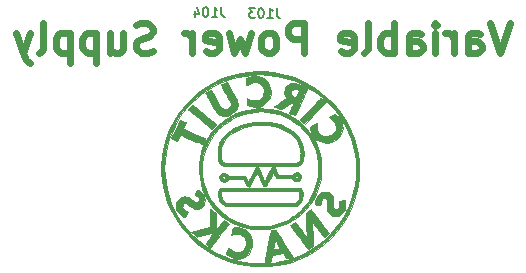
<source format=gbr>
G04 #@! TF.GenerationSoftware,KiCad,Pcbnew,(5.1.5-0-10_14)*
G04 #@! TF.CreationDate,2020-01-24T10:00:26-08:00*
G04 #@! TF.ProjectId,powersupply,706f7765-7273-4757-9070-6c792e6b6963,rev?*
G04 #@! TF.SameCoordinates,Original*
G04 #@! TF.FileFunction,Legend,Bot*
G04 #@! TF.FilePolarity,Positive*
%FSLAX46Y46*%
G04 Gerber Fmt 4.6, Leading zero omitted, Abs format (unit mm)*
G04 Created by KiCad (PCBNEW (5.1.5-0-10_14)) date 2020-01-24 10:00:26*
%MOMM*%
%LPD*%
G04 APERTURE LIST*
%ADD10C,0.625000*%
%ADD11C,0.010000*%
%ADD12C,0.150000*%
G04 APERTURE END LIST*
D10*
X81052380Y-36580952D02*
X80219047Y-39080952D01*
X79385714Y-36580952D01*
X77480952Y-39080952D02*
X77480952Y-37771428D01*
X77600000Y-37533333D01*
X77838095Y-37414285D01*
X78314285Y-37414285D01*
X78552380Y-37533333D01*
X77480952Y-38961904D02*
X77719047Y-39080952D01*
X78314285Y-39080952D01*
X78552380Y-38961904D01*
X78671428Y-38723809D01*
X78671428Y-38485714D01*
X78552380Y-38247619D01*
X78314285Y-38128571D01*
X77719047Y-38128571D01*
X77480952Y-38009523D01*
X76290476Y-39080952D02*
X76290476Y-37414285D01*
X76290476Y-37890476D02*
X76171428Y-37652380D01*
X76052380Y-37533333D01*
X75814285Y-37414285D01*
X75576190Y-37414285D01*
X74742857Y-39080952D02*
X74742857Y-37414285D01*
X74742857Y-36580952D02*
X74861904Y-36700000D01*
X74742857Y-36819047D01*
X74623809Y-36700000D01*
X74742857Y-36580952D01*
X74742857Y-36819047D01*
X72480952Y-39080952D02*
X72480952Y-37771428D01*
X72600000Y-37533333D01*
X72838095Y-37414285D01*
X73314285Y-37414285D01*
X73552380Y-37533333D01*
X72480952Y-38961904D02*
X72719047Y-39080952D01*
X73314285Y-39080952D01*
X73552380Y-38961904D01*
X73671428Y-38723809D01*
X73671428Y-38485714D01*
X73552380Y-38247619D01*
X73314285Y-38128571D01*
X72719047Y-38128571D01*
X72480952Y-38009523D01*
X71290476Y-39080952D02*
X71290476Y-36580952D01*
X71290476Y-37533333D02*
X71052380Y-37414285D01*
X70576190Y-37414285D01*
X70338095Y-37533333D01*
X70219047Y-37652380D01*
X70100000Y-37890476D01*
X70100000Y-38604761D01*
X70219047Y-38842857D01*
X70338095Y-38961904D01*
X70576190Y-39080952D01*
X71052380Y-39080952D01*
X71290476Y-38961904D01*
X68671428Y-39080952D02*
X68909523Y-38961904D01*
X69028571Y-38723809D01*
X69028571Y-36580952D01*
X66766666Y-38961904D02*
X67004761Y-39080952D01*
X67480952Y-39080952D01*
X67719047Y-38961904D01*
X67838095Y-38723809D01*
X67838095Y-37771428D01*
X67719047Y-37533333D01*
X67480952Y-37414285D01*
X67004761Y-37414285D01*
X66766666Y-37533333D01*
X66647619Y-37771428D01*
X66647619Y-38009523D01*
X67838095Y-38247619D01*
X63671428Y-39080952D02*
X63671428Y-36580952D01*
X62719047Y-36580952D01*
X62480952Y-36700000D01*
X62361904Y-36819047D01*
X62242857Y-37057142D01*
X62242857Y-37414285D01*
X62361904Y-37652380D01*
X62480952Y-37771428D01*
X62719047Y-37890476D01*
X63671428Y-37890476D01*
X60814285Y-39080952D02*
X61052380Y-38961904D01*
X61171428Y-38842857D01*
X61290476Y-38604761D01*
X61290476Y-37890476D01*
X61171428Y-37652380D01*
X61052380Y-37533333D01*
X60814285Y-37414285D01*
X60457142Y-37414285D01*
X60219047Y-37533333D01*
X60100000Y-37652380D01*
X59980952Y-37890476D01*
X59980952Y-38604761D01*
X60100000Y-38842857D01*
X60219047Y-38961904D01*
X60457142Y-39080952D01*
X60814285Y-39080952D01*
X59147619Y-37414285D02*
X58671428Y-39080952D01*
X58195238Y-37890476D01*
X57719047Y-39080952D01*
X57242857Y-37414285D01*
X55338095Y-38961904D02*
X55576190Y-39080952D01*
X56052380Y-39080952D01*
X56290476Y-38961904D01*
X56409523Y-38723809D01*
X56409523Y-37771428D01*
X56290476Y-37533333D01*
X56052380Y-37414285D01*
X55576190Y-37414285D01*
X55338095Y-37533333D01*
X55219047Y-37771428D01*
X55219047Y-38009523D01*
X56409523Y-38247619D01*
X54147619Y-39080952D02*
X54147619Y-37414285D01*
X54147619Y-37890476D02*
X54028571Y-37652380D01*
X53909523Y-37533333D01*
X53671428Y-37414285D01*
X53433333Y-37414285D01*
X50814285Y-38961904D02*
X50457142Y-39080952D01*
X49861904Y-39080952D01*
X49623809Y-38961904D01*
X49504761Y-38842857D01*
X49385714Y-38604761D01*
X49385714Y-38366666D01*
X49504761Y-38128571D01*
X49623809Y-38009523D01*
X49861904Y-37890476D01*
X50338095Y-37771428D01*
X50576190Y-37652380D01*
X50695238Y-37533333D01*
X50814285Y-37295238D01*
X50814285Y-37057142D01*
X50695238Y-36819047D01*
X50576190Y-36700000D01*
X50338095Y-36580952D01*
X49742857Y-36580952D01*
X49385714Y-36700000D01*
X47242857Y-37414285D02*
X47242857Y-39080952D01*
X48314285Y-37414285D02*
X48314285Y-38723809D01*
X48195238Y-38961904D01*
X47957142Y-39080952D01*
X47600000Y-39080952D01*
X47361904Y-38961904D01*
X47242857Y-38842857D01*
X46052380Y-37414285D02*
X46052380Y-39914285D01*
X46052380Y-37533333D02*
X45814285Y-37414285D01*
X45338095Y-37414285D01*
X45100000Y-37533333D01*
X44980952Y-37652380D01*
X44861904Y-37890476D01*
X44861904Y-38604761D01*
X44980952Y-38842857D01*
X45100000Y-38961904D01*
X45338095Y-39080952D01*
X45814285Y-39080952D01*
X46052380Y-38961904D01*
X43790476Y-37414285D02*
X43790476Y-39914285D01*
X43790476Y-37533333D02*
X43552380Y-37414285D01*
X43076190Y-37414285D01*
X42838095Y-37533333D01*
X42719047Y-37652380D01*
X42600000Y-37890476D01*
X42600000Y-38604761D01*
X42719047Y-38842857D01*
X42838095Y-38961904D01*
X43076190Y-39080952D01*
X43552380Y-39080952D01*
X43790476Y-38961904D01*
X41171428Y-39080952D02*
X41409523Y-38961904D01*
X41528571Y-38723809D01*
X41528571Y-36580952D01*
X40457142Y-37414285D02*
X39861904Y-39080952D01*
X39266666Y-37414285D02*
X39861904Y-39080952D01*
X40100000Y-39676190D01*
X40219047Y-39795238D01*
X40457142Y-39914285D01*
D11*
G36*
X59498602Y-44928395D02*
G01*
X59010199Y-44996262D01*
X58548273Y-45108257D01*
X58115649Y-45263345D01*
X57715151Y-45460487D01*
X57349604Y-45698646D01*
X57021833Y-45976785D01*
X56978882Y-46019095D01*
X56768406Y-46251297D01*
X56603562Y-46482828D01*
X56475394Y-46727378D01*
X56412983Y-46884344D01*
X56384215Y-46969932D01*
X56363249Y-47049233D01*
X56348492Y-47134612D01*
X56338349Y-47238429D01*
X56331229Y-47373048D01*
X56325538Y-47550832D01*
X56325128Y-47566080D01*
X56321768Y-47787081D01*
X56326391Y-47961718D01*
X56341305Y-48099787D01*
X56368819Y-48211083D01*
X56411239Y-48305401D01*
X56470874Y-48392536D01*
X56537960Y-48469486D01*
X56568587Y-48503348D01*
X56595728Y-48533561D01*
X56622599Y-48560329D01*
X56652419Y-48583858D01*
X56688405Y-48604352D01*
X56733775Y-48622014D01*
X56791746Y-48637050D01*
X56865536Y-48649664D01*
X56958362Y-48660060D01*
X57073443Y-48668442D01*
X57213996Y-48675016D01*
X57383238Y-48679984D01*
X57584388Y-48683552D01*
X57820663Y-48685925D01*
X58095280Y-48687306D01*
X58411457Y-48687900D01*
X58772412Y-48687911D01*
X59181363Y-48687544D01*
X59641526Y-48687002D01*
X59956955Y-48686666D01*
X60365846Y-48686084D01*
X60759915Y-48685153D01*
X61135363Y-48683903D01*
X61488392Y-48682363D01*
X61815203Y-48680560D01*
X62111996Y-48678525D01*
X62374974Y-48676286D01*
X62600338Y-48673872D01*
X62784288Y-48671312D01*
X62923027Y-48668634D01*
X63012755Y-48665868D01*
X63049222Y-48663165D01*
X63227003Y-48593047D01*
X63373483Y-48476479D01*
X63489599Y-48312641D01*
X63519583Y-48252111D01*
X63547757Y-48181422D01*
X63567465Y-48105877D01*
X63580688Y-48012100D01*
X63589405Y-47886714D01*
X63594787Y-47744111D01*
X63595295Y-47598526D01*
X63338754Y-47598526D01*
X63333439Y-47790078D01*
X63314856Y-47964327D01*
X63283732Y-48106650D01*
X63259446Y-48170424D01*
X63229320Y-48230846D01*
X63199511Y-48279212D01*
X63163660Y-48316994D01*
X63115407Y-48345662D01*
X63048392Y-48366684D01*
X62956256Y-48381531D01*
X62832639Y-48391673D01*
X62671181Y-48398579D01*
X62465523Y-48403720D01*
X62230777Y-48408173D01*
X61122207Y-48423853D01*
X60041352Y-48429589D01*
X58960377Y-48425439D01*
X58196919Y-48416801D01*
X57889439Y-48412352D01*
X57633310Y-48408336D01*
X57423441Y-48404470D01*
X57254744Y-48400475D01*
X57122129Y-48396069D01*
X57020506Y-48390970D01*
X56944786Y-48384899D01*
X56889880Y-48377573D01*
X56850697Y-48368712D01*
X56822149Y-48358035D01*
X56799146Y-48345261D01*
X56789754Y-48339094D01*
X56711757Y-48277222D01*
X56655464Y-48206056D01*
X56617198Y-48115165D01*
X56593282Y-47994119D01*
X56580038Y-47832490D01*
X56576281Y-47733622D01*
X56575961Y-47487590D01*
X56592108Y-47280931D01*
X56626989Y-47098390D01*
X56682874Y-46924711D01*
X56704594Y-46870818D01*
X56854831Y-46584522D01*
X57052974Y-46320083D01*
X57294285Y-46078984D01*
X57574031Y-45862712D01*
X57887476Y-45672750D01*
X58229884Y-45510585D01*
X58596519Y-45377700D01*
X58982648Y-45275582D01*
X59383533Y-45205714D01*
X59794440Y-45169583D01*
X60210633Y-45168672D01*
X60627377Y-45204467D01*
X61039937Y-45278453D01*
X61432170Y-45388290D01*
X61801084Y-45533457D01*
X62138937Y-45710822D01*
X62442128Y-45916862D01*
X62707056Y-46148054D01*
X62930120Y-46400876D01*
X63107718Y-46671804D01*
X63236250Y-46957316D01*
X63306669Y-47222000D01*
X63330074Y-47404293D01*
X63338754Y-47598526D01*
X63595295Y-47598526D01*
X63595707Y-47480675D01*
X63579626Y-47256093D01*
X63544286Y-47054732D01*
X63487427Y-46860963D01*
X63454398Y-46772531D01*
X63300838Y-46460656D01*
X63095632Y-46169606D01*
X62840079Y-45900643D01*
X62535480Y-45655031D01*
X62183133Y-45434031D01*
X61955708Y-45316812D01*
X61568749Y-45154197D01*
X61171712Y-45033992D01*
X60755218Y-44954215D01*
X60309891Y-44912885D01*
X60010658Y-44905695D01*
X59498602Y-44928395D01*
G37*
X59498602Y-44928395D02*
X59010199Y-44996262D01*
X58548273Y-45108257D01*
X58115649Y-45263345D01*
X57715151Y-45460487D01*
X57349604Y-45698646D01*
X57021833Y-45976785D01*
X56978882Y-46019095D01*
X56768406Y-46251297D01*
X56603562Y-46482828D01*
X56475394Y-46727378D01*
X56412983Y-46884344D01*
X56384215Y-46969932D01*
X56363249Y-47049233D01*
X56348492Y-47134612D01*
X56338349Y-47238429D01*
X56331229Y-47373048D01*
X56325538Y-47550832D01*
X56325128Y-47566080D01*
X56321768Y-47787081D01*
X56326391Y-47961718D01*
X56341305Y-48099787D01*
X56368819Y-48211083D01*
X56411239Y-48305401D01*
X56470874Y-48392536D01*
X56537960Y-48469486D01*
X56568587Y-48503348D01*
X56595728Y-48533561D01*
X56622599Y-48560329D01*
X56652419Y-48583858D01*
X56688405Y-48604352D01*
X56733775Y-48622014D01*
X56791746Y-48637050D01*
X56865536Y-48649664D01*
X56958362Y-48660060D01*
X57073443Y-48668442D01*
X57213996Y-48675016D01*
X57383238Y-48679984D01*
X57584388Y-48683552D01*
X57820663Y-48685925D01*
X58095280Y-48687306D01*
X58411457Y-48687900D01*
X58772412Y-48687911D01*
X59181363Y-48687544D01*
X59641526Y-48687002D01*
X59956955Y-48686666D01*
X60365846Y-48686084D01*
X60759915Y-48685153D01*
X61135363Y-48683903D01*
X61488392Y-48682363D01*
X61815203Y-48680560D01*
X62111996Y-48678525D01*
X62374974Y-48676286D01*
X62600338Y-48673872D01*
X62784288Y-48671312D01*
X62923027Y-48668634D01*
X63012755Y-48665868D01*
X63049222Y-48663165D01*
X63227003Y-48593047D01*
X63373483Y-48476479D01*
X63489599Y-48312641D01*
X63519583Y-48252111D01*
X63547757Y-48181422D01*
X63567465Y-48105877D01*
X63580688Y-48012100D01*
X63589405Y-47886714D01*
X63594787Y-47744111D01*
X63595295Y-47598526D01*
X63338754Y-47598526D01*
X63333439Y-47790078D01*
X63314856Y-47964327D01*
X63283732Y-48106650D01*
X63259446Y-48170424D01*
X63229320Y-48230846D01*
X63199511Y-48279212D01*
X63163660Y-48316994D01*
X63115407Y-48345662D01*
X63048392Y-48366684D01*
X62956256Y-48381531D01*
X62832639Y-48391673D01*
X62671181Y-48398579D01*
X62465523Y-48403720D01*
X62230777Y-48408173D01*
X61122207Y-48423853D01*
X60041352Y-48429589D01*
X58960377Y-48425439D01*
X58196919Y-48416801D01*
X57889439Y-48412352D01*
X57633310Y-48408336D01*
X57423441Y-48404470D01*
X57254744Y-48400475D01*
X57122129Y-48396069D01*
X57020506Y-48390970D01*
X56944786Y-48384899D01*
X56889880Y-48377573D01*
X56850697Y-48368712D01*
X56822149Y-48358035D01*
X56799146Y-48345261D01*
X56789754Y-48339094D01*
X56711757Y-48277222D01*
X56655464Y-48206056D01*
X56617198Y-48115165D01*
X56593282Y-47994119D01*
X56580038Y-47832490D01*
X56576281Y-47733622D01*
X56575961Y-47487590D01*
X56592108Y-47280931D01*
X56626989Y-47098390D01*
X56682874Y-46924711D01*
X56704594Y-46870818D01*
X56854831Y-46584522D01*
X57052974Y-46320083D01*
X57294285Y-46078984D01*
X57574031Y-45862712D01*
X57887476Y-45672750D01*
X58229884Y-45510585D01*
X58596519Y-45377700D01*
X58982648Y-45275582D01*
X59383533Y-45205714D01*
X59794440Y-45169583D01*
X60210633Y-45168672D01*
X60627377Y-45204467D01*
X61039937Y-45278453D01*
X61432170Y-45388290D01*
X61801084Y-45533457D01*
X62138937Y-45710822D01*
X62442128Y-45916862D01*
X62707056Y-46148054D01*
X62930120Y-46400876D01*
X63107718Y-46671804D01*
X63236250Y-46957316D01*
X63306669Y-47222000D01*
X63330074Y-47404293D01*
X63338754Y-47598526D01*
X63595295Y-47598526D01*
X63595707Y-47480675D01*
X63579626Y-47256093D01*
X63544286Y-47054732D01*
X63487427Y-46860963D01*
X63454398Y-46772531D01*
X63300838Y-46460656D01*
X63095632Y-46169606D01*
X62840079Y-45900643D01*
X62535480Y-45655031D01*
X62183133Y-45434031D01*
X61955708Y-45316812D01*
X61568749Y-45154197D01*
X61171712Y-45033992D01*
X60755218Y-44954215D01*
X60309891Y-44912885D01*
X60010658Y-44905695D01*
X59498602Y-44928395D01*
G36*
X59220997Y-49402166D02*
G01*
X58906193Y-50030111D01*
X58826265Y-49861429D01*
X58776430Y-49753626D01*
X58729911Y-49648647D01*
X58726424Y-49640337D01*
X56964084Y-49640337D01*
X56944414Y-49681815D01*
X56915550Y-49707456D01*
X56841573Y-49743058D01*
X56778115Y-49723434D01*
X56739778Y-49674013D01*
X56727707Y-49601996D01*
X56759983Y-49540788D01*
X56825070Y-49509137D01*
X56841931Y-49508000D01*
X56909906Y-49531048D01*
X56945756Y-49581871D01*
X56964084Y-49640337D01*
X58726424Y-49640337D01*
X58703730Y-49586262D01*
X58661123Y-49479777D01*
X57219608Y-49479777D01*
X57133226Y-49381393D01*
X57049641Y-49308446D01*
X56956882Y-49259354D01*
X56942698Y-49254966D01*
X56805769Y-49242614D01*
X56684613Y-49276284D01*
X56584594Y-49346520D01*
X56511075Y-49443866D01*
X56469421Y-49558868D01*
X56464995Y-49682069D01*
X56503160Y-49804016D01*
X56575582Y-49902129D01*
X56689242Y-49979513D01*
X56818656Y-50010236D01*
X56950082Y-49995763D01*
X57069780Y-49937559D01*
X57162389Y-49839611D01*
X57230790Y-49733777D01*
X58477871Y-49733777D01*
X58623435Y-50065389D01*
X58768999Y-50397000D01*
X58891221Y-50405205D01*
X59013444Y-50413411D01*
X59316748Y-49805483D01*
X59402126Y-49636070D01*
X59479963Y-49484870D01*
X59546565Y-49358801D01*
X59598235Y-49264778D01*
X59631280Y-49209716D01*
X59641304Y-49198055D01*
X59657511Y-49223201D01*
X59691346Y-49293440D01*
X59739567Y-49401419D01*
X59798933Y-49539787D01*
X59866203Y-49701191D01*
X59905664Y-49797778D01*
X60148773Y-50397000D01*
X60260882Y-50405452D01*
X60347824Y-50402006D01*
X60399504Y-50379197D01*
X60401140Y-50377230D01*
X60421430Y-50342338D01*
X60462935Y-50264549D01*
X60521707Y-50151496D01*
X60593797Y-50010806D01*
X60675257Y-49850110D01*
X60722704Y-49755804D01*
X60806375Y-49591231D01*
X60882157Y-49446306D01*
X60946355Y-49327762D01*
X60995272Y-49242334D01*
X61025212Y-49196753D01*
X61032551Y-49191360D01*
X61050346Y-49224639D01*
X61084589Y-49297268D01*
X61129466Y-49396727D01*
X61156695Y-49458611D01*
X61264407Y-49705555D01*
X61945148Y-49706626D01*
X62625888Y-49707697D01*
X62702133Y-49817973D01*
X62799724Y-49917965D01*
X62913823Y-49971629D01*
X63034224Y-49982355D01*
X63150717Y-49953536D01*
X63253094Y-49888563D01*
X63331146Y-49790827D01*
X63374665Y-49663721D01*
X63378291Y-49617913D01*
X63111672Y-49617913D01*
X63082957Y-49674906D01*
X63022566Y-49704559D01*
X63006888Y-49705555D01*
X62947238Y-49685201D01*
X62923347Y-49664578D01*
X62898676Y-49601623D01*
X62914034Y-49540195D01*
X62957402Y-49495437D01*
X63016763Y-49482494D01*
X63056277Y-49497058D01*
X63104263Y-49552368D01*
X63111672Y-49617913D01*
X63378291Y-49617913D01*
X63380290Y-49592666D01*
X63356932Y-49452897D01*
X63293713Y-49340492D01*
X63200911Y-49259104D01*
X63088808Y-49212387D01*
X62967683Y-49203995D01*
X62847817Y-49237582D01*
X62739490Y-49316803D01*
X62707947Y-49353688D01*
X62633300Y-49451555D01*
X62045649Y-49451555D01*
X61833655Y-49450622D01*
X61672764Y-49447618D01*
X61557662Y-49442236D01*
X61483036Y-49434168D01*
X61443571Y-49423108D01*
X61435310Y-49416277D01*
X61415346Y-49377366D01*
X61378427Y-49298608D01*
X61330053Y-49191939D01*
X61282467Y-49084666D01*
X61152311Y-48788333D01*
X60904333Y-48788333D01*
X60608000Y-49372888D01*
X60522911Y-49539198D01*
X60445393Y-49687802D01*
X60379299Y-49811545D01*
X60328484Y-49903273D01*
X60296801Y-49955832D01*
X60288695Y-49965555D01*
X60273368Y-49942789D01*
X60240572Y-49876707D01*
X60194155Y-49776258D01*
X60137961Y-49650391D01*
X60075838Y-49508055D01*
X60011633Y-49358199D01*
X59949192Y-49209772D01*
X59892361Y-49071723D01*
X59844987Y-48953001D01*
X59810916Y-48862554D01*
X59797860Y-48823611D01*
X59771680Y-48790446D01*
X59710785Y-48775961D01*
X59659386Y-48774222D01*
X59535801Y-48774222D01*
X59220997Y-49402166D01*
G37*
X59220997Y-49402166D02*
X58906193Y-50030111D01*
X58826265Y-49861429D01*
X58776430Y-49753626D01*
X58729911Y-49648647D01*
X58726424Y-49640337D01*
X56964084Y-49640337D01*
X56944414Y-49681815D01*
X56915550Y-49707456D01*
X56841573Y-49743058D01*
X56778115Y-49723434D01*
X56739778Y-49674013D01*
X56727707Y-49601996D01*
X56759983Y-49540788D01*
X56825070Y-49509137D01*
X56841931Y-49508000D01*
X56909906Y-49531048D01*
X56945756Y-49581871D01*
X56964084Y-49640337D01*
X58726424Y-49640337D01*
X58703730Y-49586262D01*
X58661123Y-49479777D01*
X57219608Y-49479777D01*
X57133226Y-49381393D01*
X57049641Y-49308446D01*
X56956882Y-49259354D01*
X56942698Y-49254966D01*
X56805769Y-49242614D01*
X56684613Y-49276284D01*
X56584594Y-49346520D01*
X56511075Y-49443866D01*
X56469421Y-49558868D01*
X56464995Y-49682069D01*
X56503160Y-49804016D01*
X56575582Y-49902129D01*
X56689242Y-49979513D01*
X56818656Y-50010236D01*
X56950082Y-49995763D01*
X57069780Y-49937559D01*
X57162389Y-49839611D01*
X57230790Y-49733777D01*
X58477871Y-49733777D01*
X58623435Y-50065389D01*
X58768999Y-50397000D01*
X58891221Y-50405205D01*
X59013444Y-50413411D01*
X59316748Y-49805483D01*
X59402126Y-49636070D01*
X59479963Y-49484870D01*
X59546565Y-49358801D01*
X59598235Y-49264778D01*
X59631280Y-49209716D01*
X59641304Y-49198055D01*
X59657511Y-49223201D01*
X59691346Y-49293440D01*
X59739567Y-49401419D01*
X59798933Y-49539787D01*
X59866203Y-49701191D01*
X59905664Y-49797778D01*
X60148773Y-50397000D01*
X60260882Y-50405452D01*
X60347824Y-50402006D01*
X60399504Y-50379197D01*
X60401140Y-50377230D01*
X60421430Y-50342338D01*
X60462935Y-50264549D01*
X60521707Y-50151496D01*
X60593797Y-50010806D01*
X60675257Y-49850110D01*
X60722704Y-49755804D01*
X60806375Y-49591231D01*
X60882157Y-49446306D01*
X60946355Y-49327762D01*
X60995272Y-49242334D01*
X61025212Y-49196753D01*
X61032551Y-49191360D01*
X61050346Y-49224639D01*
X61084589Y-49297268D01*
X61129466Y-49396727D01*
X61156695Y-49458611D01*
X61264407Y-49705555D01*
X61945148Y-49706626D01*
X62625888Y-49707697D01*
X62702133Y-49817973D01*
X62799724Y-49917965D01*
X62913823Y-49971629D01*
X63034224Y-49982355D01*
X63150717Y-49953536D01*
X63253094Y-49888563D01*
X63331146Y-49790827D01*
X63374665Y-49663721D01*
X63378291Y-49617913D01*
X63111672Y-49617913D01*
X63082957Y-49674906D01*
X63022566Y-49704559D01*
X63006888Y-49705555D01*
X62947238Y-49685201D01*
X62923347Y-49664578D01*
X62898676Y-49601623D01*
X62914034Y-49540195D01*
X62957402Y-49495437D01*
X63016763Y-49482494D01*
X63056277Y-49497058D01*
X63104263Y-49552368D01*
X63111672Y-49617913D01*
X63378291Y-49617913D01*
X63380290Y-49592666D01*
X63356932Y-49452897D01*
X63293713Y-49340492D01*
X63200911Y-49259104D01*
X63088808Y-49212387D01*
X62967683Y-49203995D01*
X62847817Y-49237582D01*
X62739490Y-49316803D01*
X62707947Y-49353688D01*
X62633300Y-49451555D01*
X62045649Y-49451555D01*
X61833655Y-49450622D01*
X61672764Y-49447618D01*
X61557662Y-49442236D01*
X61483036Y-49434168D01*
X61443571Y-49423108D01*
X61435310Y-49416277D01*
X61415346Y-49377366D01*
X61378427Y-49298608D01*
X61330053Y-49191939D01*
X61282467Y-49084666D01*
X61152311Y-48788333D01*
X60904333Y-48788333D01*
X60608000Y-49372888D01*
X60522911Y-49539198D01*
X60445393Y-49687802D01*
X60379299Y-49811545D01*
X60328484Y-49903273D01*
X60296801Y-49955832D01*
X60288695Y-49965555D01*
X60273368Y-49942789D01*
X60240572Y-49876707D01*
X60194155Y-49776258D01*
X60137961Y-49650391D01*
X60075838Y-49508055D01*
X60011633Y-49358199D01*
X59949192Y-49209772D01*
X59892361Y-49071723D01*
X59844987Y-48953001D01*
X59810916Y-48862554D01*
X59797860Y-48823611D01*
X59771680Y-48790446D01*
X59710785Y-48775961D01*
X59659386Y-48774222D01*
X59535801Y-48774222D01*
X59220997Y-49402166D01*
G36*
X59444549Y-50495867D02*
G01*
X58997225Y-50496022D01*
X58600144Y-50496330D01*
X58250207Y-50496837D01*
X57944312Y-50497590D01*
X57679361Y-50498632D01*
X57452251Y-50500009D01*
X57259884Y-50501768D01*
X57099159Y-50503952D01*
X56966974Y-50506609D01*
X56860231Y-50509783D01*
X56775828Y-50513519D01*
X56710666Y-50517863D01*
X56661643Y-50522861D01*
X56625660Y-50528557D01*
X56599616Y-50534998D01*
X56580412Y-50542229D01*
X56574228Y-50545210D01*
X56477441Y-50607216D01*
X56412520Y-50684276D01*
X56373357Y-50788494D01*
X56353842Y-50931977D01*
X56350751Y-50988115D01*
X56355557Y-51238621D01*
X56393673Y-51448764D01*
X56466401Y-51624675D01*
X56496553Y-51673774D01*
X56605973Y-51800886D01*
X56748155Y-51914763D01*
X56901168Y-51999039D01*
X56962329Y-52021352D01*
X57004890Y-52027226D01*
X57092996Y-52032691D01*
X57227773Y-52037764D01*
X57410346Y-52042460D01*
X57641838Y-52046797D01*
X57923375Y-52050792D01*
X58256082Y-52054461D01*
X58641082Y-52057820D01*
X59079502Y-52060886D01*
X59572465Y-52063676D01*
X59944777Y-52065448D01*
X60411593Y-52067490D01*
X60825364Y-52069197D01*
X61189488Y-52070520D01*
X61507364Y-52071416D01*
X61782390Y-52071836D01*
X62017965Y-52071736D01*
X62217487Y-52071069D01*
X62384355Y-52069789D01*
X62521967Y-52067849D01*
X62633721Y-52065204D01*
X62723017Y-52061807D01*
X62793252Y-52057613D01*
X62847826Y-52052575D01*
X62890136Y-52046646D01*
X62923581Y-52039782D01*
X62951559Y-52031935D01*
X62974005Y-52024306D01*
X63134842Y-51939929D01*
X63280640Y-51813289D01*
X63396536Y-51658569D01*
X63434285Y-51585122D01*
X63464839Y-51504639D01*
X63485503Y-51416845D01*
X63498667Y-51306567D01*
X63506725Y-51158632D01*
X63508139Y-51116666D01*
X63508280Y-51090343D01*
X63232666Y-51090343D01*
X63224698Y-51289748D01*
X63198061Y-51444574D01*
X63148657Y-51564776D01*
X63072388Y-51660307D01*
X62965155Y-51741120D01*
X62964555Y-51741490D01*
X62948904Y-51749991D01*
X62928897Y-51757519D01*
X62901208Y-51764132D01*
X62862510Y-51769890D01*
X62809477Y-51774852D01*
X62738783Y-51779077D01*
X62647101Y-51782623D01*
X62531106Y-51785549D01*
X62387470Y-51787915D01*
X62212869Y-51789779D01*
X62003975Y-51791201D01*
X61757463Y-51792238D01*
X61470006Y-51792951D01*
X61138277Y-51793398D01*
X60758951Y-51793637D01*
X60328702Y-51793729D01*
X60015333Y-51793737D01*
X59471257Y-51793442D01*
X58983210Y-51792574D01*
X58550778Y-51791130D01*
X58173547Y-51789105D01*
X57851105Y-51786496D01*
X57583039Y-51783297D01*
X57368935Y-51779506D01*
X57208380Y-51775117D01*
X57100960Y-51770126D01*
X57046263Y-51764530D01*
X57042947Y-51763742D01*
X56935278Y-51713914D01*
X56823564Y-51630821D01*
X56727234Y-51531434D01*
X56666685Y-51435073D01*
X56647086Y-51356063D01*
X56633917Y-51235199D01*
X56628695Y-51086856D01*
X56628666Y-51074541D01*
X56629321Y-50949480D01*
X56633176Y-50869214D01*
X56643070Y-50822091D01*
X56661839Y-50796462D01*
X56692321Y-50780677D01*
X56701059Y-50777301D01*
X56740388Y-50772934D01*
X56831515Y-50768934D01*
X56970062Y-50765301D01*
X57151655Y-50762033D01*
X57371915Y-50759129D01*
X57626465Y-50756588D01*
X57910930Y-50754409D01*
X58220932Y-50752591D01*
X58552095Y-50751132D01*
X58900041Y-50750031D01*
X59260394Y-50749288D01*
X59628778Y-50748901D01*
X60000814Y-50748869D01*
X60372128Y-50749190D01*
X60738341Y-50749865D01*
X61095077Y-50750890D01*
X61437959Y-50752267D01*
X61762611Y-50753992D01*
X62064655Y-50756066D01*
X62339715Y-50758486D01*
X62583414Y-50761253D01*
X62791376Y-50764364D01*
X62959223Y-50767818D01*
X63082579Y-50771615D01*
X63157067Y-50775753D01*
X63178077Y-50778993D01*
X63203244Y-50798382D01*
X63219303Y-50831557D01*
X63228235Y-50889803D01*
X63232018Y-50984406D01*
X63232666Y-51090343D01*
X63508280Y-51090343D01*
X63509120Y-50934395D01*
X63496939Y-50797960D01*
X63468300Y-50697622D01*
X63419911Y-50623643D01*
X63348478Y-50566284D01*
X63315593Y-50547347D01*
X63298911Y-50539474D01*
X63277782Y-50532445D01*
X63249096Y-50526211D01*
X63209745Y-50520725D01*
X63156620Y-50515939D01*
X63086611Y-50511805D01*
X62996610Y-50508278D01*
X62883509Y-50505307D01*
X62744197Y-50502847D01*
X62575566Y-50500850D01*
X62374507Y-50499268D01*
X62137911Y-50498054D01*
X61862669Y-50497159D01*
X61545672Y-50496537D01*
X61183812Y-50496140D01*
X60773979Y-50495921D01*
X60313064Y-50495832D01*
X59945218Y-50495821D01*
X59444549Y-50495867D01*
G37*
X59444549Y-50495867D02*
X58997225Y-50496022D01*
X58600144Y-50496330D01*
X58250207Y-50496837D01*
X57944312Y-50497590D01*
X57679361Y-50498632D01*
X57452251Y-50500009D01*
X57259884Y-50501768D01*
X57099159Y-50503952D01*
X56966974Y-50506609D01*
X56860231Y-50509783D01*
X56775828Y-50513519D01*
X56710666Y-50517863D01*
X56661643Y-50522861D01*
X56625660Y-50528557D01*
X56599616Y-50534998D01*
X56580412Y-50542229D01*
X56574228Y-50545210D01*
X56477441Y-50607216D01*
X56412520Y-50684276D01*
X56373357Y-50788494D01*
X56353842Y-50931977D01*
X56350751Y-50988115D01*
X56355557Y-51238621D01*
X56393673Y-51448764D01*
X56466401Y-51624675D01*
X56496553Y-51673774D01*
X56605973Y-51800886D01*
X56748155Y-51914763D01*
X56901168Y-51999039D01*
X56962329Y-52021352D01*
X57004890Y-52027226D01*
X57092996Y-52032691D01*
X57227773Y-52037764D01*
X57410346Y-52042460D01*
X57641838Y-52046797D01*
X57923375Y-52050792D01*
X58256082Y-52054461D01*
X58641082Y-52057820D01*
X59079502Y-52060886D01*
X59572465Y-52063676D01*
X59944777Y-52065448D01*
X60411593Y-52067490D01*
X60825364Y-52069197D01*
X61189488Y-52070520D01*
X61507364Y-52071416D01*
X61782390Y-52071836D01*
X62017965Y-52071736D01*
X62217487Y-52071069D01*
X62384355Y-52069789D01*
X62521967Y-52067849D01*
X62633721Y-52065204D01*
X62723017Y-52061807D01*
X62793252Y-52057613D01*
X62847826Y-52052575D01*
X62890136Y-52046646D01*
X62923581Y-52039782D01*
X62951559Y-52031935D01*
X62974005Y-52024306D01*
X63134842Y-51939929D01*
X63280640Y-51813289D01*
X63396536Y-51658569D01*
X63434285Y-51585122D01*
X63464839Y-51504639D01*
X63485503Y-51416845D01*
X63498667Y-51306567D01*
X63506725Y-51158632D01*
X63508139Y-51116666D01*
X63508280Y-51090343D01*
X63232666Y-51090343D01*
X63224698Y-51289748D01*
X63198061Y-51444574D01*
X63148657Y-51564776D01*
X63072388Y-51660307D01*
X62965155Y-51741120D01*
X62964555Y-51741490D01*
X62948904Y-51749991D01*
X62928897Y-51757519D01*
X62901208Y-51764132D01*
X62862510Y-51769890D01*
X62809477Y-51774852D01*
X62738783Y-51779077D01*
X62647101Y-51782623D01*
X62531106Y-51785549D01*
X62387470Y-51787915D01*
X62212869Y-51789779D01*
X62003975Y-51791201D01*
X61757463Y-51792238D01*
X61470006Y-51792951D01*
X61138277Y-51793398D01*
X60758951Y-51793637D01*
X60328702Y-51793729D01*
X60015333Y-51793737D01*
X59471257Y-51793442D01*
X58983210Y-51792574D01*
X58550778Y-51791130D01*
X58173547Y-51789105D01*
X57851105Y-51786496D01*
X57583039Y-51783297D01*
X57368935Y-51779506D01*
X57208380Y-51775117D01*
X57100960Y-51770126D01*
X57046263Y-51764530D01*
X57042947Y-51763742D01*
X56935278Y-51713914D01*
X56823564Y-51630821D01*
X56727234Y-51531434D01*
X56666685Y-51435073D01*
X56647086Y-51356063D01*
X56633917Y-51235199D01*
X56628695Y-51086856D01*
X56628666Y-51074541D01*
X56629321Y-50949480D01*
X56633176Y-50869214D01*
X56643070Y-50822091D01*
X56661839Y-50796462D01*
X56692321Y-50780677D01*
X56701059Y-50777301D01*
X56740388Y-50772934D01*
X56831515Y-50768934D01*
X56970062Y-50765301D01*
X57151655Y-50762033D01*
X57371915Y-50759129D01*
X57626465Y-50756588D01*
X57910930Y-50754409D01*
X58220932Y-50752591D01*
X58552095Y-50751132D01*
X58900041Y-50750031D01*
X59260394Y-50749288D01*
X59628778Y-50748901D01*
X60000814Y-50748869D01*
X60372128Y-50749190D01*
X60738341Y-50749865D01*
X61095077Y-50750890D01*
X61437959Y-50752267D01*
X61762611Y-50753992D01*
X62064655Y-50756066D01*
X62339715Y-50758486D01*
X62583414Y-50761253D01*
X62791376Y-50764364D01*
X62959223Y-50767818D01*
X63082579Y-50771615D01*
X63157067Y-50775753D01*
X63178077Y-50778993D01*
X63203244Y-50798382D01*
X63219303Y-50831557D01*
X63228235Y-50889803D01*
X63232018Y-50984406D01*
X63232666Y-51090343D01*
X63508280Y-51090343D01*
X63509120Y-50934395D01*
X63496939Y-50797960D01*
X63468300Y-50697622D01*
X63419911Y-50623643D01*
X63348478Y-50566284D01*
X63315593Y-50547347D01*
X63298911Y-50539474D01*
X63277782Y-50532445D01*
X63249096Y-50526211D01*
X63209745Y-50520725D01*
X63156620Y-50515939D01*
X63086611Y-50511805D01*
X62996610Y-50508278D01*
X62883509Y-50505307D01*
X62744197Y-50502847D01*
X62575566Y-50500850D01*
X62374507Y-50499268D01*
X62137911Y-50498054D01*
X61862669Y-50497159D01*
X61545672Y-50496537D01*
X61183812Y-50496140D01*
X60773979Y-50495921D01*
X60313064Y-50495832D01*
X59945218Y-50495821D01*
X59444549Y-50495867D01*
G36*
X59187126Y-41083180D02*
G01*
X58978166Y-41140933D01*
X58745333Y-41218145D01*
X58745333Y-41524850D01*
X58746612Y-41648786D01*
X58750080Y-41748719D01*
X58755177Y-41813189D01*
X58760249Y-41831555D01*
X58791261Y-41819772D01*
X58857612Y-41788995D01*
X58938113Y-41749299D01*
X59183382Y-41645079D01*
X59406962Y-41590709D01*
X59592450Y-41585111D01*
X59785899Y-41627428D01*
X59946952Y-41714616D01*
X60073413Y-41843857D01*
X60163085Y-42012338D01*
X60213774Y-42217242D01*
X60224871Y-42396000D01*
X60200856Y-42608870D01*
X60132123Y-42788935D01*
X60019371Y-42934664D01*
X59953929Y-42989014D01*
X59790243Y-43079357D01*
X59608327Y-43124690D01*
X59404739Y-43124879D01*
X59176038Y-43079789D01*
X58918783Y-42989285D01*
X58815888Y-42944360D01*
X58803034Y-42964796D01*
X58795940Y-43038469D01*
X58794802Y-43162443D01*
X58796410Y-43238306D01*
X58805153Y-43545146D01*
X59022188Y-43593090D01*
X59207801Y-43626101D01*
X59401600Y-43646858D01*
X59586196Y-43654405D01*
X59744199Y-43647785D01*
X59817777Y-43636874D01*
X60042426Y-43562642D01*
X60255525Y-43441287D01*
X60446605Y-43281893D01*
X60605195Y-43093542D01*
X60720823Y-42885316D01*
X60739625Y-42837275D01*
X60805576Y-42575973D01*
X60819038Y-42311077D01*
X60781792Y-42050781D01*
X60695620Y-41803280D01*
X60562305Y-41576770D01*
X60432681Y-41425819D01*
X60221095Y-41251136D01*
X59990275Y-41129439D01*
X59740691Y-41060818D01*
X59472818Y-41045368D01*
X59187126Y-41083180D01*
G37*
X59187126Y-41083180D02*
X58978166Y-41140933D01*
X58745333Y-41218145D01*
X58745333Y-41524850D01*
X58746612Y-41648786D01*
X58750080Y-41748719D01*
X58755177Y-41813189D01*
X58760249Y-41831555D01*
X58791261Y-41819772D01*
X58857612Y-41788995D01*
X58938113Y-41749299D01*
X59183382Y-41645079D01*
X59406962Y-41590709D01*
X59592450Y-41585111D01*
X59785899Y-41627428D01*
X59946952Y-41714616D01*
X60073413Y-41843857D01*
X60163085Y-42012338D01*
X60213774Y-42217242D01*
X60224871Y-42396000D01*
X60200856Y-42608870D01*
X60132123Y-42788935D01*
X60019371Y-42934664D01*
X59953929Y-42989014D01*
X59790243Y-43079357D01*
X59608327Y-43124690D01*
X59404739Y-43124879D01*
X59176038Y-43079789D01*
X58918783Y-42989285D01*
X58815888Y-42944360D01*
X58803034Y-42964796D01*
X58795940Y-43038469D01*
X58794802Y-43162443D01*
X58796410Y-43238306D01*
X58805153Y-43545146D01*
X59022188Y-43593090D01*
X59207801Y-43626101D01*
X59401600Y-43646858D01*
X59586196Y-43654405D01*
X59744199Y-43647785D01*
X59817777Y-43636874D01*
X60042426Y-43562642D01*
X60255525Y-43441287D01*
X60446605Y-43281893D01*
X60605195Y-43093542D01*
X60720823Y-42885316D01*
X60739625Y-42837275D01*
X60805576Y-42575973D01*
X60819038Y-42311077D01*
X60781792Y-42050781D01*
X60695620Y-41803280D01*
X60562305Y-41576770D01*
X60432681Y-41425819D01*
X60221095Y-41251136D01*
X59990275Y-41129439D01*
X59740691Y-41060818D01*
X59472818Y-41045368D01*
X59187126Y-41083180D01*
G36*
X62559698Y-41644937D02*
G01*
X62473076Y-41669279D01*
X62419838Y-41690719D01*
X62256271Y-41789811D01*
X62127240Y-41925800D01*
X62035440Y-42088981D01*
X61983562Y-42269649D01*
X61974300Y-42458096D01*
X62010346Y-42644618D01*
X62094392Y-42819509D01*
X62103093Y-42832450D01*
X62181758Y-42946784D01*
X61632963Y-43282010D01*
X61477377Y-43378461D01*
X61340911Y-43465783D01*
X61230005Y-43539625D01*
X61151101Y-43595638D01*
X61110639Y-43629474D01*
X61107140Y-43637086D01*
X61145299Y-43658593D01*
X61220755Y-43693733D01*
X61319018Y-43736490D01*
X61425596Y-43780848D01*
X61525998Y-43820793D01*
X61605735Y-43850308D01*
X61650313Y-43863377D01*
X61652683Y-43863555D01*
X61685628Y-43849304D01*
X61758796Y-43809490D01*
X61864578Y-43748520D01*
X61995369Y-43670802D01*
X62143560Y-43580746D01*
X62188444Y-43553111D01*
X62368931Y-43442284D01*
X62507214Y-43359162D01*
X62608640Y-43301044D01*
X62678559Y-43265231D01*
X62722320Y-43249020D01*
X62745273Y-43249711D01*
X62752767Y-43264603D01*
X62752888Y-43268118D01*
X62741605Y-43301054D01*
X62710367Y-43376126D01*
X62663094Y-43484322D01*
X62603706Y-43616632D01*
X62554427Y-43724412D01*
X62490066Y-43867986D01*
X62437061Y-43993722D01*
X62398862Y-44092799D01*
X62378917Y-44156396D01*
X62378038Y-44175530D01*
X62412465Y-44195109D01*
X62485805Y-44230268D01*
X62584897Y-44274807D01*
X62633385Y-44295829D01*
X62866660Y-44395853D01*
X62905163Y-44306093D01*
X62925079Y-44261407D01*
X62965825Y-44171391D01*
X63024679Y-44042014D01*
X63098920Y-43879241D01*
X63185823Y-43689039D01*
X63282667Y-43477375D01*
X63386729Y-43250215D01*
X63429008Y-43158000D01*
X63533634Y-42929548D01*
X63630751Y-42716901D01*
X63717866Y-42525563D01*
X63792486Y-42361036D01*
X63834474Y-42267941D01*
X63204444Y-42267941D01*
X63192790Y-42312635D01*
X63161936Y-42390383D01*
X63118043Y-42488591D01*
X63067271Y-42594666D01*
X63015781Y-42696016D01*
X62969735Y-42780048D01*
X62935292Y-42834168D01*
X62920882Y-42847555D01*
X62879339Y-42835578D01*
X62810322Y-42805579D01*
X62783537Y-42792348D01*
X62649993Y-42702121D01*
X62565212Y-42595246D01*
X62531505Y-42476907D01*
X62551183Y-42352292D01*
X62569283Y-42311645D01*
X62647542Y-42209257D01*
X62754424Y-42154161D01*
X62857375Y-42142000D01*
X62953124Y-42151218D01*
X63051216Y-42175061D01*
X63135891Y-42207811D01*
X63191390Y-42243749D01*
X63204444Y-42267941D01*
X63834474Y-42267941D01*
X63852118Y-42228824D01*
X63894266Y-42134433D01*
X63916439Y-42083364D01*
X63919231Y-42076004D01*
X63896164Y-42057887D01*
X63829116Y-42022042D01*
X63726225Y-41972407D01*
X63595629Y-41912920D01*
X63458444Y-41853061D01*
X63282823Y-41778922D01*
X63147498Y-41724905D01*
X63041473Y-41687567D01*
X62953754Y-41663465D01*
X62873347Y-41649157D01*
X62789256Y-41641201D01*
X62779877Y-41640601D01*
X62653957Y-41636492D01*
X62559698Y-41644937D01*
G37*
X62559698Y-41644937D02*
X62473076Y-41669279D01*
X62419838Y-41690719D01*
X62256271Y-41789811D01*
X62127240Y-41925800D01*
X62035440Y-42088981D01*
X61983562Y-42269649D01*
X61974300Y-42458096D01*
X62010346Y-42644618D01*
X62094392Y-42819509D01*
X62103093Y-42832450D01*
X62181758Y-42946784D01*
X61632963Y-43282010D01*
X61477377Y-43378461D01*
X61340911Y-43465783D01*
X61230005Y-43539625D01*
X61151101Y-43595638D01*
X61110639Y-43629474D01*
X61107140Y-43637086D01*
X61145299Y-43658593D01*
X61220755Y-43693733D01*
X61319018Y-43736490D01*
X61425596Y-43780848D01*
X61525998Y-43820793D01*
X61605735Y-43850308D01*
X61650313Y-43863377D01*
X61652683Y-43863555D01*
X61685628Y-43849304D01*
X61758796Y-43809490D01*
X61864578Y-43748520D01*
X61995369Y-43670802D01*
X62143560Y-43580746D01*
X62188444Y-43553111D01*
X62368931Y-43442284D01*
X62507214Y-43359162D01*
X62608640Y-43301044D01*
X62678559Y-43265231D01*
X62722320Y-43249020D01*
X62745273Y-43249711D01*
X62752767Y-43264603D01*
X62752888Y-43268118D01*
X62741605Y-43301054D01*
X62710367Y-43376126D01*
X62663094Y-43484322D01*
X62603706Y-43616632D01*
X62554427Y-43724412D01*
X62490066Y-43867986D01*
X62437061Y-43993722D01*
X62398862Y-44092799D01*
X62378917Y-44156396D01*
X62378038Y-44175530D01*
X62412465Y-44195109D01*
X62485805Y-44230268D01*
X62584897Y-44274807D01*
X62633385Y-44295829D01*
X62866660Y-44395853D01*
X62905163Y-44306093D01*
X62925079Y-44261407D01*
X62965825Y-44171391D01*
X63024679Y-44042014D01*
X63098920Y-43879241D01*
X63185823Y-43689039D01*
X63282667Y-43477375D01*
X63386729Y-43250215D01*
X63429008Y-43158000D01*
X63533634Y-42929548D01*
X63630751Y-42716901D01*
X63717866Y-42525563D01*
X63792486Y-42361036D01*
X63834474Y-42267941D01*
X63204444Y-42267941D01*
X63192790Y-42312635D01*
X63161936Y-42390383D01*
X63118043Y-42488591D01*
X63067271Y-42594666D01*
X63015781Y-42696016D01*
X62969735Y-42780048D01*
X62935292Y-42834168D01*
X62920882Y-42847555D01*
X62879339Y-42835578D01*
X62810322Y-42805579D01*
X62783537Y-42792348D01*
X62649993Y-42702121D01*
X62565212Y-42595246D01*
X62531505Y-42476907D01*
X62551183Y-42352292D01*
X62569283Y-42311645D01*
X62647542Y-42209257D01*
X62754424Y-42154161D01*
X62857375Y-42142000D01*
X62953124Y-42151218D01*
X63051216Y-42175061D01*
X63135891Y-42207811D01*
X63191390Y-42243749D01*
X63204444Y-42267941D01*
X63834474Y-42267941D01*
X63852118Y-42228824D01*
X63894266Y-42134433D01*
X63916439Y-42083364D01*
X63919231Y-42076004D01*
X63896164Y-42057887D01*
X63829116Y-42022042D01*
X63726225Y-41972407D01*
X63595629Y-41912920D01*
X63458444Y-41853061D01*
X63282823Y-41778922D01*
X63147498Y-41724905D01*
X63041473Y-41687567D01*
X62953754Y-41663465D01*
X62873347Y-41649157D01*
X62789256Y-41641201D01*
X62779877Y-41640601D01*
X62653957Y-41636492D01*
X62559698Y-41644937D01*
G36*
X56859055Y-41635023D02*
G01*
X56758664Y-41690003D01*
X56677305Y-41736517D01*
X56627962Y-41767065D01*
X56620307Y-41772926D01*
X56627927Y-41802050D01*
X56660393Y-41873874D01*
X56714472Y-41982134D01*
X56786928Y-42120565D01*
X56874528Y-42282904D01*
X56974036Y-42462887D01*
X57006124Y-42520092D01*
X57111189Y-42709239D01*
X57207466Y-42887280D01*
X57291244Y-43046980D01*
X57358815Y-43181103D01*
X57406468Y-43282413D01*
X57430494Y-43343676D01*
X57432264Y-43351199D01*
X57429854Y-43494638D01*
X57375390Y-43625113D01*
X57272899Y-43736057D01*
X57150777Y-43810214D01*
X56994697Y-43856876D01*
X56848556Y-43848049D01*
X56736642Y-43799911D01*
X56692805Y-43771806D01*
X56653893Y-43741728D01*
X56615787Y-43703650D01*
X56574372Y-43651544D01*
X56525531Y-43579383D01*
X56465147Y-43481140D01*
X56389104Y-43350788D01*
X56293284Y-43182299D01*
X56192191Y-43002777D01*
X56095718Y-42831381D01*
X56005564Y-42671668D01*
X55926354Y-42531796D01*
X55862714Y-42419920D01*
X55819266Y-42344197D01*
X55804760Y-42319420D01*
X55750448Y-42228729D01*
X55512224Y-42346876D01*
X55409209Y-42399458D01*
X55328613Y-42443434D01*
X55281557Y-42472587D01*
X55274000Y-42480096D01*
X55287784Y-42513675D01*
X55326381Y-42588566D01*
X55385657Y-42697624D01*
X55461480Y-42833703D01*
X55549715Y-42989658D01*
X55646229Y-43158343D01*
X55746889Y-43332615D01*
X55847561Y-43505326D01*
X55944113Y-43669333D01*
X56032410Y-43817489D01*
X56108319Y-43942650D01*
X56167707Y-44037670D01*
X56206441Y-44095403D01*
X56214046Y-44105125D01*
X56366347Y-44240794D01*
X56552059Y-44340735D01*
X56757587Y-44400467D01*
X56969339Y-44415511D01*
X57105387Y-44398889D01*
X57294127Y-44340280D01*
X57482906Y-44247219D01*
X57658409Y-44128973D01*
X57807327Y-43994810D01*
X57916346Y-43853996D01*
X57934236Y-43821917D01*
X57980100Y-43687037D01*
X58004896Y-43502931D01*
X58005773Y-43489138D01*
X58007534Y-43343928D01*
X57990575Y-43216206D01*
X57950136Y-43088866D01*
X57881456Y-42944802D01*
X57827218Y-42847555D01*
X57787391Y-42778013D01*
X57725144Y-42668628D01*
X57645768Y-42528733D01*
X57554556Y-42367659D01*
X57456800Y-42194737D01*
X57406466Y-42105589D01*
X57075333Y-41518845D01*
X56859055Y-41635023D01*
G37*
X56859055Y-41635023D02*
X56758664Y-41690003D01*
X56677305Y-41736517D01*
X56627962Y-41767065D01*
X56620307Y-41772926D01*
X56627927Y-41802050D01*
X56660393Y-41873874D01*
X56714472Y-41982134D01*
X56786928Y-42120565D01*
X56874528Y-42282904D01*
X56974036Y-42462887D01*
X57006124Y-42520092D01*
X57111189Y-42709239D01*
X57207466Y-42887280D01*
X57291244Y-43046980D01*
X57358815Y-43181103D01*
X57406468Y-43282413D01*
X57430494Y-43343676D01*
X57432264Y-43351199D01*
X57429854Y-43494638D01*
X57375390Y-43625113D01*
X57272899Y-43736057D01*
X57150777Y-43810214D01*
X56994697Y-43856876D01*
X56848556Y-43848049D01*
X56736642Y-43799911D01*
X56692805Y-43771806D01*
X56653893Y-43741728D01*
X56615787Y-43703650D01*
X56574372Y-43651544D01*
X56525531Y-43579383D01*
X56465147Y-43481140D01*
X56389104Y-43350788D01*
X56293284Y-43182299D01*
X56192191Y-43002777D01*
X56095718Y-42831381D01*
X56005564Y-42671668D01*
X55926354Y-42531796D01*
X55862714Y-42419920D01*
X55819266Y-42344197D01*
X55804760Y-42319420D01*
X55750448Y-42228729D01*
X55512224Y-42346876D01*
X55409209Y-42399458D01*
X55328613Y-42443434D01*
X55281557Y-42472587D01*
X55274000Y-42480096D01*
X55287784Y-42513675D01*
X55326381Y-42588566D01*
X55385657Y-42697624D01*
X55461480Y-42833703D01*
X55549715Y-42989658D01*
X55646229Y-43158343D01*
X55746889Y-43332615D01*
X55847561Y-43505326D01*
X55944113Y-43669333D01*
X56032410Y-43817489D01*
X56108319Y-43942650D01*
X56167707Y-44037670D01*
X56206441Y-44095403D01*
X56214046Y-44105125D01*
X56366347Y-44240794D01*
X56552059Y-44340735D01*
X56757587Y-44400467D01*
X56969339Y-44415511D01*
X57105387Y-44398889D01*
X57294127Y-44340280D01*
X57482906Y-44247219D01*
X57658409Y-44128973D01*
X57807327Y-43994810D01*
X57916346Y-43853996D01*
X57934236Y-43821917D01*
X57980100Y-43687037D01*
X58004896Y-43502931D01*
X58005773Y-43489138D01*
X58007534Y-43343928D01*
X57990575Y-43216206D01*
X57950136Y-43088866D01*
X57881456Y-42944802D01*
X57827218Y-42847555D01*
X57787391Y-42778013D01*
X57725144Y-42668628D01*
X57645768Y-42528733D01*
X57554556Y-42367659D01*
X57456800Y-42194737D01*
X57406466Y-42105589D01*
X57075333Y-41518845D01*
X56859055Y-41635023D01*
G36*
X65018226Y-42925422D02*
G01*
X64958414Y-42985347D01*
X64870111Y-43075933D01*
X64758063Y-43192156D01*
X64627021Y-43328989D01*
X64481733Y-43481407D01*
X64326948Y-43644386D01*
X64167414Y-43812900D01*
X64007880Y-43981924D01*
X63853094Y-44146433D01*
X63707806Y-44301402D01*
X63576763Y-44441805D01*
X63464715Y-44562617D01*
X63376410Y-44658814D01*
X63316597Y-44725369D01*
X63290024Y-44757258D01*
X63289111Y-44759111D01*
X63308855Y-44787399D01*
X63361798Y-44843057D01*
X63438504Y-44916463D01*
X63484150Y-44958007D01*
X63679189Y-45132629D01*
X64563650Y-44200416D01*
X64745212Y-44008746D01*
X64914446Y-43829497D01*
X65067458Y-43666838D01*
X65200354Y-43524937D01*
X65309238Y-43407962D01*
X65390217Y-43320080D01*
X65439395Y-43265460D01*
X65453269Y-43248379D01*
X65435918Y-43221501D01*
X65385670Y-43170496D01*
X65314217Y-43105302D01*
X65233248Y-43035854D01*
X65154454Y-42972089D01*
X65089525Y-42923945D01*
X65050151Y-42901357D01*
X65044798Y-42901183D01*
X65018226Y-42925422D01*
G37*
X65018226Y-42925422D02*
X64958414Y-42985347D01*
X64870111Y-43075933D01*
X64758063Y-43192156D01*
X64627021Y-43328989D01*
X64481733Y-43481407D01*
X64326948Y-43644386D01*
X64167414Y-43812900D01*
X64007880Y-43981924D01*
X63853094Y-44146433D01*
X63707806Y-44301402D01*
X63576763Y-44441805D01*
X63464715Y-44562617D01*
X63376410Y-44658814D01*
X63316597Y-44725369D01*
X63290024Y-44757258D01*
X63289111Y-44759111D01*
X63308855Y-44787399D01*
X63361798Y-44843057D01*
X63438504Y-44916463D01*
X63484150Y-44958007D01*
X63679189Y-45132629D01*
X64563650Y-44200416D01*
X64745212Y-44008746D01*
X64914446Y-43829497D01*
X65067458Y-43666838D01*
X65200354Y-43524937D01*
X65309238Y-43407962D01*
X65390217Y-43320080D01*
X65439395Y-43265460D01*
X65453269Y-43248379D01*
X65435918Y-43221501D01*
X65385670Y-43170496D01*
X65314217Y-43105302D01*
X65233248Y-43035854D01*
X65154454Y-42972089D01*
X65089525Y-42923945D01*
X65050151Y-42901357D01*
X65044798Y-42901183D01*
X65018226Y-42925422D01*
G36*
X54153287Y-43522968D02*
G01*
X54100305Y-43574942D01*
X54020526Y-43662810D01*
X54011453Y-43672975D01*
X53936632Y-43761020D01*
X53881093Y-43834499D01*
X53852415Y-43882938D01*
X53850795Y-43895042D01*
X53874153Y-43916775D01*
X53935207Y-43970079D01*
X54028715Y-44050529D01*
X54149439Y-44153700D01*
X54292138Y-44275167D01*
X54451574Y-44410507D01*
X54622506Y-44555294D01*
X54799695Y-44705103D01*
X54977901Y-44855511D01*
X55151884Y-45002093D01*
X55316406Y-45140423D01*
X55466226Y-45266077D01*
X55596104Y-45374631D01*
X55700801Y-45461661D01*
X55775078Y-45522740D01*
X55813694Y-45553446D01*
X55817982Y-45556232D01*
X55838354Y-45536470D01*
X55887027Y-45484439D01*
X55954791Y-45410044D01*
X55979555Y-45382516D01*
X56054382Y-45297738D01*
X56115197Y-45226343D01*
X56151430Y-45180816D01*
X56155633Y-45174568D01*
X56139912Y-45146640D01*
X56080030Y-45084059D01*
X55975947Y-44986788D01*
X55827621Y-44854790D01*
X55635010Y-44688027D01*
X55398071Y-44486463D01*
X55240149Y-44353451D01*
X55041059Y-44186348D01*
X54853748Y-44029266D01*
X54682981Y-43886192D01*
X54533525Y-43761113D01*
X54410143Y-43658013D01*
X54317602Y-43580881D01*
X54260666Y-43533702D01*
X54245627Y-43521470D01*
X54216530Y-43502325D01*
X54188889Y-43500793D01*
X54153287Y-43522968D01*
G37*
X54153287Y-43522968D02*
X54100305Y-43574942D01*
X54020526Y-43662810D01*
X54011453Y-43672975D01*
X53936632Y-43761020D01*
X53881093Y-43834499D01*
X53852415Y-43882938D01*
X53850795Y-43895042D01*
X53874153Y-43916775D01*
X53935207Y-43970079D01*
X54028715Y-44050529D01*
X54149439Y-44153700D01*
X54292138Y-44275167D01*
X54451574Y-44410507D01*
X54622506Y-44555294D01*
X54799695Y-44705103D01*
X54977901Y-44855511D01*
X55151884Y-45002093D01*
X55316406Y-45140423D01*
X55466226Y-45266077D01*
X55596104Y-45374631D01*
X55700801Y-45461661D01*
X55775078Y-45522740D01*
X55813694Y-45553446D01*
X55817982Y-45556232D01*
X55838354Y-45536470D01*
X55887027Y-45484439D01*
X55954791Y-45410044D01*
X55979555Y-45382516D01*
X56054382Y-45297738D01*
X56115197Y-45226343D01*
X56151430Y-45180816D01*
X56155633Y-45174568D01*
X56139912Y-45146640D01*
X56080030Y-45084059D01*
X55975947Y-44986788D01*
X55827621Y-44854790D01*
X55635010Y-44688027D01*
X55398071Y-44486463D01*
X55240149Y-44353451D01*
X55041059Y-44186348D01*
X54853748Y-44029266D01*
X54682981Y-43886192D01*
X54533525Y-43761113D01*
X54410143Y-43658013D01*
X54317602Y-43580881D01*
X54260666Y-43533702D01*
X54245627Y-43521470D01*
X54216530Y-43502325D01*
X54188889Y-43500793D01*
X54153287Y-43522968D01*
G36*
X65986076Y-44391355D02*
G01*
X65875878Y-44447479D01*
X65787407Y-44495169D01*
X65731100Y-44528630D01*
X65716222Y-44541173D01*
X65737954Y-44564610D01*
X65791105Y-44601097D01*
X65799394Y-44606072D01*
X65913085Y-44686886D01*
X66034387Y-44795057D01*
X66147732Y-44914713D01*
X66237549Y-45029982D01*
X66272757Y-45088632D01*
X66335733Y-45267620D01*
X66344631Y-45444746D01*
X66301727Y-45614985D01*
X66209300Y-45773315D01*
X66069625Y-45914712D01*
X65884982Y-46034152D01*
X65832498Y-46059792D01*
X65625130Y-46129538D01*
X65428046Y-46146523D01*
X65245626Y-46114118D01*
X65082254Y-46035696D01*
X64942312Y-45914631D01*
X64830183Y-45754295D01*
X64750248Y-45558062D01*
X64706891Y-45329303D01*
X64700222Y-45188353D01*
X64700222Y-45048374D01*
X64420294Y-45188848D01*
X64140366Y-45329323D01*
X64181149Y-45506606D01*
X64256414Y-45781977D01*
X64346145Y-46009235D01*
X64454597Y-46195777D01*
X64586021Y-46349002D01*
X64734728Y-46469554D01*
X64957068Y-46589865D01*
X65204932Y-46668159D01*
X65463551Y-46701598D01*
X65718153Y-46687342D01*
X65793106Y-46672987D01*
X66010521Y-46602940D01*
X66223026Y-46496387D01*
X66418666Y-46361926D01*
X66585483Y-46208152D01*
X66711523Y-46043663D01*
X66740451Y-45991829D01*
X66846717Y-45730568D01*
X66897052Y-45476251D01*
X66891472Y-45228365D01*
X66829997Y-44986394D01*
X66779199Y-44869275D01*
X66682235Y-44701265D01*
X66563834Y-44539311D01*
X66437498Y-44400324D01*
X66336387Y-44314596D01*
X66255930Y-44257305D01*
X65986076Y-44391355D01*
G37*
X65986076Y-44391355D02*
X65875878Y-44447479D01*
X65787407Y-44495169D01*
X65731100Y-44528630D01*
X65716222Y-44541173D01*
X65737954Y-44564610D01*
X65791105Y-44601097D01*
X65799394Y-44606072D01*
X65913085Y-44686886D01*
X66034387Y-44795057D01*
X66147732Y-44914713D01*
X66237549Y-45029982D01*
X66272757Y-45088632D01*
X66335733Y-45267620D01*
X66344631Y-45444746D01*
X66301727Y-45614985D01*
X66209300Y-45773315D01*
X66069625Y-45914712D01*
X65884982Y-46034152D01*
X65832498Y-46059792D01*
X65625130Y-46129538D01*
X65428046Y-46146523D01*
X65245626Y-46114118D01*
X65082254Y-46035696D01*
X64942312Y-45914631D01*
X64830183Y-45754295D01*
X64750248Y-45558062D01*
X64706891Y-45329303D01*
X64700222Y-45188353D01*
X64700222Y-45048374D01*
X64420294Y-45188848D01*
X64140366Y-45329323D01*
X64181149Y-45506606D01*
X64256414Y-45781977D01*
X64346145Y-46009235D01*
X64454597Y-46195777D01*
X64586021Y-46349002D01*
X64734728Y-46469554D01*
X64957068Y-46589865D01*
X65204932Y-46668159D01*
X65463551Y-46701598D01*
X65718153Y-46687342D01*
X65793106Y-46672987D01*
X66010521Y-46602940D01*
X66223026Y-46496387D01*
X66418666Y-46361926D01*
X66585483Y-46208152D01*
X66711523Y-46043663D01*
X66740451Y-45991829D01*
X66846717Y-45730568D01*
X66897052Y-45476251D01*
X66891472Y-45228365D01*
X66829997Y-44986394D01*
X66779199Y-44869275D01*
X66682235Y-44701265D01*
X66563834Y-44539311D01*
X66437498Y-44400324D01*
X66336387Y-44314596D01*
X66255930Y-44257305D01*
X65986076Y-44391355D01*
G36*
X53072509Y-44886940D02*
G01*
X53046064Y-44945163D01*
X52999607Y-45046065D01*
X52937050Y-45181205D01*
X52862309Y-45342139D01*
X52779296Y-45520425D01*
X52710164Y-45668582D01*
X52400955Y-46330609D01*
X52641337Y-46437638D01*
X52747963Y-46484227D01*
X52834463Y-46520367D01*
X52888445Y-46540960D01*
X52899582Y-46543832D01*
X52917943Y-46519404D01*
X52952923Y-46454324D01*
X52998754Y-46359754D01*
X53030333Y-46290666D01*
X53081523Y-46183113D01*
X53127776Y-46098205D01*
X53162641Y-46047184D01*
X53175654Y-46037501D01*
X53208282Y-46048186D01*
X53286510Y-46078938D01*
X53404226Y-46127203D01*
X53555317Y-46190425D01*
X53733670Y-46266050D01*
X53933172Y-46351522D01*
X54118895Y-46431777D01*
X54331183Y-46523637D01*
X54527024Y-46607934D01*
X54700411Y-46682119D01*
X54845340Y-46743640D01*
X54955805Y-46789948D01*
X55025803Y-46818491D01*
X55049146Y-46826889D01*
X55068769Y-46802993D01*
X55104649Y-46739133D01*
X55150404Y-46647049D01*
X55171294Y-46602206D01*
X55217498Y-46498622D01*
X55252922Y-46414436D01*
X55272100Y-46362841D01*
X55274000Y-46354229D01*
X55248978Y-46338125D01*
X55177815Y-46302703D01*
X55066358Y-46250614D01*
X54920457Y-46184512D01*
X54745963Y-46107050D01*
X54548725Y-46020881D01*
X54353748Y-45936856D01*
X54140118Y-45844620D01*
X53943293Y-45758192D01*
X53769240Y-45680302D01*
X53623926Y-45613683D01*
X53513318Y-45561066D01*
X53443381Y-45525183D01*
X53420143Y-45509449D01*
X53425663Y-45470788D01*
X53451525Y-45394625D01*
X53492986Y-45294022D01*
X53519926Y-45234697D01*
X53566449Y-45129173D01*
X53598576Y-45043838D01*
X53612138Y-44990524D01*
X53609996Y-44979017D01*
X53575106Y-44962121D01*
X53501529Y-44929121D01*
X53402553Y-44885933D01*
X53356288Y-44866043D01*
X53125646Y-44767324D01*
X53072509Y-44886940D01*
G37*
X53072509Y-44886940D02*
X53046064Y-44945163D01*
X52999607Y-45046065D01*
X52937050Y-45181205D01*
X52862309Y-45342139D01*
X52779296Y-45520425D01*
X52710164Y-45668582D01*
X52400955Y-46330609D01*
X52641337Y-46437638D01*
X52747963Y-46484227D01*
X52834463Y-46520367D01*
X52888445Y-46540960D01*
X52899582Y-46543832D01*
X52917943Y-46519404D01*
X52952923Y-46454324D01*
X52998754Y-46359754D01*
X53030333Y-46290666D01*
X53081523Y-46183113D01*
X53127776Y-46098205D01*
X53162641Y-46047184D01*
X53175654Y-46037501D01*
X53208282Y-46048186D01*
X53286510Y-46078938D01*
X53404226Y-46127203D01*
X53555317Y-46190425D01*
X53733670Y-46266050D01*
X53933172Y-46351522D01*
X54118895Y-46431777D01*
X54331183Y-46523637D01*
X54527024Y-46607934D01*
X54700411Y-46682119D01*
X54845340Y-46743640D01*
X54955805Y-46789948D01*
X55025803Y-46818491D01*
X55049146Y-46826889D01*
X55068769Y-46802993D01*
X55104649Y-46739133D01*
X55150404Y-46647049D01*
X55171294Y-46602206D01*
X55217498Y-46498622D01*
X55252922Y-46414436D01*
X55272100Y-46362841D01*
X55274000Y-46354229D01*
X55248978Y-46338125D01*
X55177815Y-46302703D01*
X55066358Y-46250614D01*
X54920457Y-46184512D01*
X54745963Y-46107050D01*
X54548725Y-46020881D01*
X54353748Y-45936856D01*
X54140118Y-45844620D01*
X53943293Y-45758192D01*
X53769240Y-45680302D01*
X53623926Y-45613683D01*
X53513318Y-45561066D01*
X53443381Y-45525183D01*
X53420143Y-45509449D01*
X53425663Y-45470788D01*
X53451525Y-45394625D01*
X53492986Y-45294022D01*
X53519926Y-45234697D01*
X53566449Y-45129173D01*
X53598576Y-45043838D01*
X53612138Y-44990524D01*
X53609996Y-44979017D01*
X53575106Y-44962121D01*
X53501529Y-44929121D01*
X53402553Y-44885933D01*
X53356288Y-44866043D01*
X53125646Y-44767324D01*
X53072509Y-44886940D01*
G36*
X65138654Y-50878730D02*
G01*
X65082177Y-50903296D01*
X64977645Y-50966564D01*
X64882022Y-51044521D01*
X64842003Y-51087599D01*
X64733262Y-51256697D01*
X64651826Y-51448045D01*
X64602433Y-51645331D01*
X64589826Y-51832244D01*
X64599650Y-51921361D01*
X64615920Y-51988808D01*
X64641884Y-52014110D01*
X64695653Y-52010938D01*
X64713922Y-52007605D01*
X64799299Y-51988491D01*
X64904542Y-51960930D01*
X64948211Y-51948392D01*
X65087744Y-51906956D01*
X65102283Y-51703750D01*
X65112924Y-51592297D01*
X65129009Y-51520538D01*
X65156161Y-51471721D01*
X65192318Y-51435605D01*
X65262901Y-51390814D01*
X65331113Y-51370745D01*
X65334487Y-51370666D01*
X65415354Y-51377876D01*
X65476307Y-51403898D01*
X65519989Y-51455321D01*
X65549044Y-51538734D01*
X65566114Y-51660725D01*
X65573842Y-51827885D01*
X65575111Y-51970501D01*
X65575760Y-52132418D01*
X65578776Y-52249998D01*
X65585762Y-52335343D01*
X65598323Y-52400556D01*
X65618060Y-52457739D01*
X65646578Y-52518996D01*
X65648213Y-52522280D01*
X65759534Y-52687365D01*
X65906192Y-52809835D01*
X66067066Y-52881366D01*
X66193282Y-52912052D01*
X66300529Y-52917488D01*
X66416209Y-52897371D01*
X66488834Y-52876698D01*
X66697060Y-52785541D01*
X66869108Y-52653972D01*
X67001909Y-52487292D01*
X67092393Y-52290804D01*
X67137493Y-52069808D01*
X67134139Y-51829607D01*
X67126621Y-51774886D01*
X67108600Y-51676003D01*
X67090632Y-51600600D01*
X67076558Y-51564743D01*
X67076363Y-51564558D01*
X67044788Y-51564495D01*
X66973799Y-51574413D01*
X66878895Y-51591220D01*
X66775571Y-51611826D01*
X66679325Y-51633139D01*
X66605653Y-51652069D01*
X66570052Y-51665525D01*
X66570019Y-51665553D01*
X66570934Y-51694108D01*
X66580511Y-51761802D01*
X66592476Y-51830800D01*
X66605570Y-51999324D01*
X66579724Y-52138628D01*
X66517868Y-52243603D01*
X66422930Y-52309141D01*
X66306182Y-52330222D01*
X66201424Y-52311788D01*
X66140655Y-52268456D01*
X66116393Y-52242040D01*
X66098673Y-52216820D01*
X66086430Y-52184043D01*
X66078604Y-52134955D01*
X66074133Y-52060804D01*
X66071954Y-51952835D01*
X66071005Y-51802297D01*
X66070597Y-51691027D01*
X66069000Y-51263499D01*
X65983460Y-51141362D01*
X65851571Y-50998879D01*
X65690717Y-50898620D01*
X65511328Y-50843339D01*
X65323831Y-50835791D01*
X65138654Y-50878730D01*
G37*
X65138654Y-50878730D02*
X65082177Y-50903296D01*
X64977645Y-50966564D01*
X64882022Y-51044521D01*
X64842003Y-51087599D01*
X64733262Y-51256697D01*
X64651826Y-51448045D01*
X64602433Y-51645331D01*
X64589826Y-51832244D01*
X64599650Y-51921361D01*
X64615920Y-51988808D01*
X64641884Y-52014110D01*
X64695653Y-52010938D01*
X64713922Y-52007605D01*
X64799299Y-51988491D01*
X64904542Y-51960930D01*
X64948211Y-51948392D01*
X65087744Y-51906956D01*
X65102283Y-51703750D01*
X65112924Y-51592297D01*
X65129009Y-51520538D01*
X65156161Y-51471721D01*
X65192318Y-51435605D01*
X65262901Y-51390814D01*
X65331113Y-51370745D01*
X65334487Y-51370666D01*
X65415354Y-51377876D01*
X65476307Y-51403898D01*
X65519989Y-51455321D01*
X65549044Y-51538734D01*
X65566114Y-51660725D01*
X65573842Y-51827885D01*
X65575111Y-51970501D01*
X65575760Y-52132418D01*
X65578776Y-52249998D01*
X65585762Y-52335343D01*
X65598323Y-52400556D01*
X65618060Y-52457739D01*
X65646578Y-52518996D01*
X65648213Y-52522280D01*
X65759534Y-52687365D01*
X65906192Y-52809835D01*
X66067066Y-52881366D01*
X66193282Y-52912052D01*
X66300529Y-52917488D01*
X66416209Y-52897371D01*
X66488834Y-52876698D01*
X66697060Y-52785541D01*
X66869108Y-52653972D01*
X67001909Y-52487292D01*
X67092393Y-52290804D01*
X67137493Y-52069808D01*
X67134139Y-51829607D01*
X67126621Y-51774886D01*
X67108600Y-51676003D01*
X67090632Y-51600600D01*
X67076558Y-51564743D01*
X67076363Y-51564558D01*
X67044788Y-51564495D01*
X66973799Y-51574413D01*
X66878895Y-51591220D01*
X66775571Y-51611826D01*
X66679325Y-51633139D01*
X66605653Y-51652069D01*
X66570052Y-51665525D01*
X66570019Y-51665553D01*
X66570934Y-51694108D01*
X66580511Y-51761802D01*
X66592476Y-51830800D01*
X66605570Y-51999324D01*
X66579724Y-52138628D01*
X66517868Y-52243603D01*
X66422930Y-52309141D01*
X66306182Y-52330222D01*
X66201424Y-52311788D01*
X66140655Y-52268456D01*
X66116393Y-52242040D01*
X66098673Y-52216820D01*
X66086430Y-52184043D01*
X66078604Y-52134955D01*
X66074133Y-52060804D01*
X66071954Y-51952835D01*
X66071005Y-51802297D01*
X66070597Y-51691027D01*
X66069000Y-51263499D01*
X65983460Y-51141362D01*
X65851571Y-50998879D01*
X65690717Y-50898620D01*
X65511328Y-50843339D01*
X65323831Y-50835791D01*
X65138654Y-50878730D01*
G36*
X54564302Y-50704059D02*
G01*
X54527644Y-50775936D01*
X54487242Y-50874211D01*
X54475268Y-50907156D01*
X54437951Y-51016037D01*
X54419058Y-51084001D01*
X54417186Y-51122978D01*
X54430933Y-51144898D01*
X54446135Y-51154850D01*
X54493139Y-51188482D01*
X54562923Y-51246415D01*
X54616255Y-51294062D01*
X54706804Y-51401087D01*
X54741305Y-51503385D01*
X54719713Y-51600643D01*
X54668505Y-51668282D01*
X54600362Y-51718970D01*
X54524489Y-51736737D01*
X54434157Y-51719697D01*
X54322640Y-51665963D01*
X54183213Y-51573646D01*
X54093918Y-51507065D01*
X53942171Y-51396752D01*
X53817304Y-51321606D01*
X53707076Y-51276106D01*
X53599246Y-51254732D01*
X53526518Y-51251166D01*
X53332618Y-51274420D01*
X53165528Y-51346824D01*
X53021734Y-51469922D01*
X53017284Y-51474936D01*
X52900671Y-51646959D01*
X52830773Y-51846522D01*
X52806315Y-52077362D01*
X52806266Y-52093188D01*
X52833774Y-52312224D01*
X52912618Y-52513636D01*
X53039027Y-52691999D01*
X53209226Y-52841890D01*
X53402770Y-52950657D01*
X53483893Y-52983838D01*
X53545798Y-53004342D01*
X53563758Y-53007555D01*
X53587764Y-52982899D01*
X53623318Y-52917276D01*
X53663936Y-52823206D01*
X53677057Y-52788833D01*
X53715959Y-52683712D01*
X53747768Y-52597769D01*
X53767020Y-52545764D01*
X53769459Y-52539183D01*
X53752453Y-52512196D01*
X53696338Y-52478027D01*
X53654366Y-52459923D01*
X53554616Y-52406618D01*
X53459586Y-52330296D01*
X53382106Y-52244252D01*
X53335008Y-52161783D01*
X53326666Y-52120311D01*
X53346526Y-51996556D01*
X53400721Y-51898867D01*
X53481172Y-51837749D01*
X53555861Y-51822222D01*
X53641105Y-51834367D01*
X53734951Y-51874169D01*
X53846536Y-51946677D01*
X53985002Y-52056938D01*
X53993038Y-52063740D01*
X54123902Y-52169595D01*
X54229456Y-52240428D01*
X54322844Y-52282532D01*
X54417211Y-52302206D01*
X54498814Y-52306031D01*
X54695636Y-52279991D01*
X54870382Y-52206249D01*
X55016484Y-52091377D01*
X55127377Y-51941945D01*
X55196494Y-51764523D01*
X55217555Y-51586819D01*
X55199987Y-51389668D01*
X55143208Y-51209456D01*
X55041102Y-51027342D01*
X55031301Y-51012868D01*
X54963285Y-50928998D01*
X54877103Y-50844207D01*
X54784424Y-50767513D01*
X54696918Y-50707932D01*
X54626255Y-50674481D01*
X54590502Y-50672267D01*
X54564302Y-50704059D01*
G37*
X54564302Y-50704059D02*
X54527644Y-50775936D01*
X54487242Y-50874211D01*
X54475268Y-50907156D01*
X54437951Y-51016037D01*
X54419058Y-51084001D01*
X54417186Y-51122978D01*
X54430933Y-51144898D01*
X54446135Y-51154850D01*
X54493139Y-51188482D01*
X54562923Y-51246415D01*
X54616255Y-51294062D01*
X54706804Y-51401087D01*
X54741305Y-51503385D01*
X54719713Y-51600643D01*
X54668505Y-51668282D01*
X54600362Y-51718970D01*
X54524489Y-51736737D01*
X54434157Y-51719697D01*
X54322640Y-51665963D01*
X54183213Y-51573646D01*
X54093918Y-51507065D01*
X53942171Y-51396752D01*
X53817304Y-51321606D01*
X53707076Y-51276106D01*
X53599246Y-51254732D01*
X53526518Y-51251166D01*
X53332618Y-51274420D01*
X53165528Y-51346824D01*
X53021734Y-51469922D01*
X53017284Y-51474936D01*
X52900671Y-51646959D01*
X52830773Y-51846522D01*
X52806315Y-52077362D01*
X52806266Y-52093188D01*
X52833774Y-52312224D01*
X52912618Y-52513636D01*
X53039027Y-52691999D01*
X53209226Y-52841890D01*
X53402770Y-52950657D01*
X53483893Y-52983838D01*
X53545798Y-53004342D01*
X53563758Y-53007555D01*
X53587764Y-52982899D01*
X53623318Y-52917276D01*
X53663936Y-52823206D01*
X53677057Y-52788833D01*
X53715959Y-52683712D01*
X53747768Y-52597769D01*
X53767020Y-52545764D01*
X53769459Y-52539183D01*
X53752453Y-52512196D01*
X53696338Y-52478027D01*
X53654366Y-52459923D01*
X53554616Y-52406618D01*
X53459586Y-52330296D01*
X53382106Y-52244252D01*
X53335008Y-52161783D01*
X53326666Y-52120311D01*
X53346526Y-51996556D01*
X53400721Y-51898867D01*
X53481172Y-51837749D01*
X53555861Y-51822222D01*
X53641105Y-51834367D01*
X53734951Y-51874169D01*
X53846536Y-51946677D01*
X53985002Y-52056938D01*
X53993038Y-52063740D01*
X54123902Y-52169595D01*
X54229456Y-52240428D01*
X54322844Y-52282532D01*
X54417211Y-52302206D01*
X54498814Y-52306031D01*
X54695636Y-52279991D01*
X54870382Y-52206249D01*
X55016484Y-52091377D01*
X55127377Y-51941945D01*
X55196494Y-51764523D01*
X55217555Y-51586819D01*
X55199987Y-51389668D01*
X55143208Y-51209456D01*
X55041102Y-51027342D01*
X55031301Y-51012868D01*
X54963285Y-50928998D01*
X54877103Y-50844207D01*
X54784424Y-50767513D01*
X54696918Y-50707932D01*
X54626255Y-50674481D01*
X54590502Y-50672267D01*
X54564302Y-50704059D01*
G36*
X59616554Y-43787598D02*
G01*
X59426100Y-43803714D01*
X58890469Y-43889190D01*
X58376415Y-44023976D01*
X57886329Y-44205364D01*
X57422601Y-44430650D01*
X56987622Y-44697129D01*
X56583782Y-45002096D01*
X56213473Y-45342844D01*
X55879085Y-45716670D01*
X55583008Y-46120867D01*
X55327634Y-46552731D01*
X55115352Y-47009556D01*
X54948555Y-47488637D01*
X54829631Y-47987269D01*
X54760973Y-48502746D01*
X54744970Y-49032364D01*
X54746769Y-49098777D01*
X54788784Y-49630380D01*
X54879221Y-50135638D01*
X55019459Y-50619397D01*
X55210875Y-51086502D01*
X55429367Y-51498910D01*
X55727125Y-51951022D01*
X56064789Y-52364378D01*
X56439560Y-52737134D01*
X56848641Y-53067443D01*
X57289232Y-53353460D01*
X57758536Y-53593338D01*
X58253754Y-53785232D01*
X58772087Y-53927296D01*
X59233612Y-54008132D01*
X59458255Y-54030151D01*
X59714541Y-54043141D01*
X59981868Y-54046897D01*
X60239634Y-54041212D01*
X60467238Y-54025882D01*
X60513783Y-54020897D01*
X61023480Y-53933870D01*
X61528221Y-53793845D01*
X62020408Y-53604206D01*
X62492442Y-53368339D01*
X62936723Y-53089627D01*
X63345652Y-52771456D01*
X63373273Y-52747339D01*
X63753708Y-52375355D01*
X64092990Y-51966519D01*
X64388776Y-51524962D01*
X64638725Y-51054815D01*
X64840493Y-50560211D01*
X64991738Y-50045281D01*
X65044199Y-49800091D01*
X65068056Y-49663161D01*
X65085351Y-49533723D01*
X65097064Y-49398095D01*
X65104171Y-49242592D01*
X65107651Y-49053534D01*
X65108440Y-48901222D01*
X65108410Y-48895309D01*
X64849812Y-48895309D01*
X64849737Y-48915333D01*
X64821137Y-49439207D01*
X64739809Y-49944393D01*
X64605091Y-50433049D01*
X64416318Y-50907329D01*
X64172826Y-51369391D01*
X64019621Y-51612684D01*
X63858253Y-51832469D01*
X63660393Y-52066243D01*
X63438313Y-52301723D01*
X63204286Y-52526628D01*
X62970582Y-52728677D01*
X62749476Y-52895588D01*
X62713106Y-52920193D01*
X62240046Y-53201868D01*
X61751990Y-53429249D01*
X61249266Y-53602215D01*
X60732204Y-53720646D01*
X60388762Y-53768307D01*
X60180335Y-53781606D01*
X59935110Y-53783669D01*
X59671442Y-53775277D01*
X59407684Y-53757209D01*
X59162189Y-53730247D01*
X59034993Y-53710769D01*
X58539425Y-53596865D01*
X58061621Y-53432013D01*
X57605256Y-53219351D01*
X57174008Y-52962019D01*
X56771554Y-52663156D01*
X56401570Y-52325900D01*
X56067733Y-51953390D01*
X55773720Y-51548767D01*
X55523208Y-51115168D01*
X55319872Y-50655733D01*
X55260007Y-50487843D01*
X55117812Y-49977117D01*
X55031763Y-49464330D01*
X55001718Y-48951641D01*
X55027535Y-48441207D01*
X55109072Y-47935183D01*
X55246190Y-47435729D01*
X55438745Y-46945000D01*
X55500954Y-46812777D01*
X55750094Y-46365209D01*
X56044758Y-45947486D01*
X56380813Y-45562811D01*
X56754129Y-45214386D01*
X57160572Y-44905414D01*
X57596011Y-44639098D01*
X58056313Y-44418641D01*
X58537348Y-44247244D01*
X58941377Y-44146162D01*
X59465129Y-44067516D01*
X59989804Y-44043791D01*
X60510938Y-44074740D01*
X61024067Y-44160118D01*
X61485692Y-44286673D01*
X61976518Y-44476402D01*
X62437987Y-44712314D01*
X62867477Y-44991615D01*
X63262365Y-45311511D01*
X63620028Y-45669208D01*
X63937845Y-46061912D01*
X64213193Y-46486830D01*
X64443449Y-46941166D01*
X64625991Y-47422126D01*
X64711946Y-47724013D01*
X64768301Y-47966924D01*
X64807993Y-48185866D01*
X64833294Y-48400483D01*
X64846476Y-48630416D01*
X64849812Y-48895309D01*
X65108410Y-48895309D01*
X65107197Y-48660597D01*
X65101378Y-48461190D01*
X65089268Y-48287850D01*
X65069154Y-48125422D01*
X65039320Y-47958753D01*
X64998054Y-47772691D01*
X64965781Y-47640168D01*
X64813310Y-47142415D01*
X64610755Y-46666419D01*
X64361357Y-46215432D01*
X64068356Y-45792703D01*
X63734993Y-45401485D01*
X63364508Y-45045027D01*
X62960141Y-44726580D01*
X62525133Y-44449395D01*
X62062725Y-44216723D01*
X61576157Y-44031815D01*
X61285333Y-43948035D01*
X60876754Y-43861933D01*
X60450568Y-43805571D01*
X60024569Y-43780333D01*
X59616554Y-43787598D01*
G37*
X59616554Y-43787598D02*
X59426100Y-43803714D01*
X58890469Y-43889190D01*
X58376415Y-44023976D01*
X57886329Y-44205364D01*
X57422601Y-44430650D01*
X56987622Y-44697129D01*
X56583782Y-45002096D01*
X56213473Y-45342844D01*
X55879085Y-45716670D01*
X55583008Y-46120867D01*
X55327634Y-46552731D01*
X55115352Y-47009556D01*
X54948555Y-47488637D01*
X54829631Y-47987269D01*
X54760973Y-48502746D01*
X54744970Y-49032364D01*
X54746769Y-49098777D01*
X54788784Y-49630380D01*
X54879221Y-50135638D01*
X55019459Y-50619397D01*
X55210875Y-51086502D01*
X55429367Y-51498910D01*
X55727125Y-51951022D01*
X56064789Y-52364378D01*
X56439560Y-52737134D01*
X56848641Y-53067443D01*
X57289232Y-53353460D01*
X57758536Y-53593338D01*
X58253754Y-53785232D01*
X58772087Y-53927296D01*
X59233612Y-54008132D01*
X59458255Y-54030151D01*
X59714541Y-54043141D01*
X59981868Y-54046897D01*
X60239634Y-54041212D01*
X60467238Y-54025882D01*
X60513783Y-54020897D01*
X61023480Y-53933870D01*
X61528221Y-53793845D01*
X62020408Y-53604206D01*
X62492442Y-53368339D01*
X62936723Y-53089627D01*
X63345652Y-52771456D01*
X63373273Y-52747339D01*
X63753708Y-52375355D01*
X64092990Y-51966519D01*
X64388776Y-51524962D01*
X64638725Y-51054815D01*
X64840493Y-50560211D01*
X64991738Y-50045281D01*
X65044199Y-49800091D01*
X65068056Y-49663161D01*
X65085351Y-49533723D01*
X65097064Y-49398095D01*
X65104171Y-49242592D01*
X65107651Y-49053534D01*
X65108440Y-48901222D01*
X65108410Y-48895309D01*
X64849812Y-48895309D01*
X64849737Y-48915333D01*
X64821137Y-49439207D01*
X64739809Y-49944393D01*
X64605091Y-50433049D01*
X64416318Y-50907329D01*
X64172826Y-51369391D01*
X64019621Y-51612684D01*
X63858253Y-51832469D01*
X63660393Y-52066243D01*
X63438313Y-52301723D01*
X63204286Y-52526628D01*
X62970582Y-52728677D01*
X62749476Y-52895588D01*
X62713106Y-52920193D01*
X62240046Y-53201868D01*
X61751990Y-53429249D01*
X61249266Y-53602215D01*
X60732204Y-53720646D01*
X60388762Y-53768307D01*
X60180335Y-53781606D01*
X59935110Y-53783669D01*
X59671442Y-53775277D01*
X59407684Y-53757209D01*
X59162189Y-53730247D01*
X59034993Y-53710769D01*
X58539425Y-53596865D01*
X58061621Y-53432013D01*
X57605256Y-53219351D01*
X57174008Y-52962019D01*
X56771554Y-52663156D01*
X56401570Y-52325900D01*
X56067733Y-51953390D01*
X55773720Y-51548767D01*
X55523208Y-51115168D01*
X55319872Y-50655733D01*
X55260007Y-50487843D01*
X55117812Y-49977117D01*
X55031763Y-49464330D01*
X55001718Y-48951641D01*
X55027535Y-48441207D01*
X55109072Y-47935183D01*
X55246190Y-47435729D01*
X55438745Y-46945000D01*
X55500954Y-46812777D01*
X55750094Y-46365209D01*
X56044758Y-45947486D01*
X56380813Y-45562811D01*
X56754129Y-45214386D01*
X57160572Y-44905414D01*
X57596011Y-44639098D01*
X58056313Y-44418641D01*
X58537348Y-44247244D01*
X58941377Y-44146162D01*
X59465129Y-44067516D01*
X59989804Y-44043791D01*
X60510938Y-44074740D01*
X61024067Y-44160118D01*
X61485692Y-44286673D01*
X61976518Y-44476402D01*
X62437987Y-44712314D01*
X62867477Y-44991615D01*
X63262365Y-45311511D01*
X63620028Y-45669208D01*
X63937845Y-46061912D01*
X64213193Y-46486830D01*
X64443449Y-46941166D01*
X64625991Y-47422126D01*
X64711946Y-47724013D01*
X64768301Y-47966924D01*
X64807993Y-48185866D01*
X64833294Y-48400483D01*
X64846476Y-48630416D01*
X64849812Y-48895309D01*
X65108410Y-48895309D01*
X65107197Y-48660597D01*
X65101378Y-48461190D01*
X65089268Y-48287850D01*
X65069154Y-48125422D01*
X65039320Y-47958753D01*
X64998054Y-47772691D01*
X64965781Y-47640168D01*
X64813310Y-47142415D01*
X64610755Y-46666419D01*
X64361357Y-46215432D01*
X64068356Y-45792703D01*
X63734993Y-45401485D01*
X63364508Y-45045027D01*
X62960141Y-44726580D01*
X62525133Y-44449395D01*
X62062725Y-44216723D01*
X61576157Y-44031815D01*
X61285333Y-43948035D01*
X60876754Y-43861933D01*
X60450568Y-43805571D01*
X60024569Y-43780333D01*
X59616554Y-43787598D01*
G36*
X55687765Y-52302976D02*
G01*
X55680918Y-52380001D01*
X55675505Y-52505654D01*
X55671660Y-52676032D01*
X55669522Y-52887232D01*
X55669111Y-53046449D01*
X55669111Y-53823824D01*
X55549166Y-53856897D01*
X55488396Y-53873195D01*
X55382187Y-53901197D01*
X55239751Y-53938492D01*
X55070301Y-53982673D01*
X54883049Y-54031331D01*
X54754603Y-54064620D01*
X54079984Y-54239272D01*
X54322532Y-54441858D01*
X54421803Y-54523086D01*
X54505943Y-54588789D01*
X54565244Y-54631586D01*
X54589006Y-54644444D01*
X54621799Y-54637520D01*
X54701541Y-54618040D01*
X54820631Y-54587940D01*
X54971467Y-54549158D01*
X55146447Y-54503630D01*
X55302579Y-54462631D01*
X55490616Y-54413469D01*
X55659803Y-54370020D01*
X55802758Y-54334117D01*
X55912104Y-54307589D01*
X55980461Y-54292268D01*
X56000795Y-54289388D01*
X55986882Y-54313146D01*
X55943098Y-54374539D01*
X55874466Y-54466836D01*
X55786008Y-54583304D01*
X55682745Y-54717212D01*
X55655793Y-54751869D01*
X55548935Y-54890167D01*
X55455040Y-55013819D01*
X55379305Y-55115804D01*
X55326930Y-55189099D01*
X55303114Y-55226680D01*
X55302222Y-55229513D01*
X55322157Y-55254019D01*
X55374100Y-55303567D01*
X55446254Y-55368054D01*
X55526826Y-55437373D01*
X55604020Y-55501421D01*
X55666041Y-55550092D01*
X55701094Y-55573281D01*
X55704233Y-55573920D01*
X55722416Y-55551921D01*
X55771542Y-55489728D01*
X55848098Y-55391857D01*
X55948573Y-55262822D01*
X56069455Y-55107138D01*
X56207233Y-54929321D01*
X56358395Y-54733885D01*
X56473444Y-54584930D01*
X56632351Y-54378780D01*
X56780414Y-54186128D01*
X56914097Y-54011617D01*
X57029865Y-53859888D01*
X57124182Y-53735584D01*
X57193512Y-53643348D01*
X57234320Y-53587820D01*
X57244033Y-53573243D01*
X57227033Y-53548187D01*
X57177334Y-53498475D01*
X57106707Y-53434210D01*
X57026925Y-53365496D01*
X56949760Y-53302437D01*
X56886983Y-53255135D01*
X56850367Y-53233696D01*
X56847995Y-53233333D01*
X56827003Y-53254543D01*
X56777253Y-53313530D01*
X56704396Y-53403326D01*
X56614086Y-53516966D01*
X56512450Y-53646872D01*
X56191222Y-54060412D01*
X56182482Y-53357595D01*
X56173743Y-52654777D01*
X55948225Y-52471333D01*
X55851474Y-52393773D01*
X55769883Y-52330484D01*
X55713991Y-52289521D01*
X55695909Y-52278481D01*
X55687765Y-52302976D01*
G37*
X55687765Y-52302976D02*
X55680918Y-52380001D01*
X55675505Y-52505654D01*
X55671660Y-52676032D01*
X55669522Y-52887232D01*
X55669111Y-53046449D01*
X55669111Y-53823824D01*
X55549166Y-53856897D01*
X55488396Y-53873195D01*
X55382187Y-53901197D01*
X55239751Y-53938492D01*
X55070301Y-53982673D01*
X54883049Y-54031331D01*
X54754603Y-54064620D01*
X54079984Y-54239272D01*
X54322532Y-54441858D01*
X54421803Y-54523086D01*
X54505943Y-54588789D01*
X54565244Y-54631586D01*
X54589006Y-54644444D01*
X54621799Y-54637520D01*
X54701541Y-54618040D01*
X54820631Y-54587940D01*
X54971467Y-54549158D01*
X55146447Y-54503630D01*
X55302579Y-54462631D01*
X55490616Y-54413469D01*
X55659803Y-54370020D01*
X55802758Y-54334117D01*
X55912104Y-54307589D01*
X55980461Y-54292268D01*
X56000795Y-54289388D01*
X55986882Y-54313146D01*
X55943098Y-54374539D01*
X55874466Y-54466836D01*
X55786008Y-54583304D01*
X55682745Y-54717212D01*
X55655793Y-54751869D01*
X55548935Y-54890167D01*
X55455040Y-55013819D01*
X55379305Y-55115804D01*
X55326930Y-55189099D01*
X55303114Y-55226680D01*
X55302222Y-55229513D01*
X55322157Y-55254019D01*
X55374100Y-55303567D01*
X55446254Y-55368054D01*
X55526826Y-55437373D01*
X55604020Y-55501421D01*
X55666041Y-55550092D01*
X55701094Y-55573281D01*
X55704233Y-55573920D01*
X55722416Y-55551921D01*
X55771542Y-55489728D01*
X55848098Y-55391857D01*
X55948573Y-55262822D01*
X56069455Y-55107138D01*
X56207233Y-54929321D01*
X56358395Y-54733885D01*
X56473444Y-54584930D01*
X56632351Y-54378780D01*
X56780414Y-54186128D01*
X56914097Y-54011617D01*
X57029865Y-53859888D01*
X57124182Y-53735584D01*
X57193512Y-53643348D01*
X57234320Y-53587820D01*
X57244033Y-53573243D01*
X57227033Y-53548187D01*
X57177334Y-53498475D01*
X57106707Y-53434210D01*
X57026925Y-53365496D01*
X56949760Y-53302437D01*
X56886983Y-53255135D01*
X56850367Y-53233696D01*
X56847995Y-53233333D01*
X56827003Y-53254543D01*
X56777253Y-53313530D01*
X56704396Y-53403326D01*
X56614086Y-53516966D01*
X56512450Y-53646872D01*
X56191222Y-54060412D01*
X56182482Y-53357595D01*
X56173743Y-52654777D01*
X55948225Y-52471333D01*
X55851474Y-52393773D01*
X55769883Y-52330484D01*
X55713991Y-52289521D01*
X55695909Y-52278481D01*
X55687765Y-52302976D01*
G36*
X64169442Y-52367984D02*
G01*
X64102456Y-52410280D01*
X64001894Y-52485615D01*
X64000182Y-52486945D01*
X63945067Y-52527869D01*
X63900216Y-52560553D01*
X63864782Y-52590962D01*
X63837915Y-52625060D01*
X63818766Y-52668813D01*
X63806487Y-52728185D01*
X63800229Y-52809141D01*
X63799143Y-52917647D01*
X63802380Y-53059666D01*
X63809092Y-53241163D01*
X63818430Y-53468104D01*
X63827712Y-53699000D01*
X63835441Y-53909387D01*
X63841773Y-54105421D01*
X63846507Y-54278810D01*
X63849445Y-54421261D01*
X63850387Y-54524484D01*
X63849133Y-54580187D01*
X63848958Y-54582095D01*
X63844601Y-54607109D01*
X63835264Y-54618807D01*
X63817240Y-54613040D01*
X63786823Y-54585659D01*
X63740307Y-54532517D01*
X63673983Y-54449463D01*
X63584147Y-54332348D01*
X63467091Y-54177025D01*
X63363586Y-54038817D01*
X63239740Y-53874234D01*
X63126384Y-53725466D01*
X63028001Y-53598244D01*
X62949074Y-53498303D01*
X62894085Y-53431376D01*
X62867516Y-53403197D01*
X62866239Y-53402666D01*
X62835562Y-53419239D01*
X62774908Y-53462111D01*
X62697294Y-53521013D01*
X62615739Y-53585674D01*
X62543260Y-53645825D01*
X62492877Y-53691195D01*
X62477392Y-53709420D01*
X62492188Y-53735158D01*
X62536928Y-53800318D01*
X62607465Y-53899336D01*
X62699655Y-54026647D01*
X62809350Y-54176685D01*
X62932406Y-54343885D01*
X63064677Y-54522682D01*
X63202016Y-54707512D01*
X63340278Y-54892808D01*
X63475318Y-55073006D01*
X63602989Y-55242542D01*
X63719145Y-55395848D01*
X63819642Y-55527362D01*
X63900333Y-55631517D01*
X63957072Y-55702748D01*
X63985713Y-55735491D01*
X63987848Y-55736981D01*
X64018860Y-55723562D01*
X64079282Y-55682640D01*
X64149888Y-55627974D01*
X64232769Y-55561339D01*
X64305002Y-55504824D01*
X64344063Y-55475650D01*
X64358393Y-55463551D01*
X64369584Y-55445775D01*
X64377759Y-55416454D01*
X64383037Y-55369724D01*
X64385542Y-55299719D01*
X64385393Y-55200574D01*
X64382714Y-55066424D01*
X64377624Y-54891401D01*
X64370245Y-54669642D01*
X64364295Y-54498102D01*
X64356024Y-54269785D01*
X64347737Y-54056664D01*
X64339761Y-53866040D01*
X64332423Y-53705217D01*
X64326051Y-53581497D01*
X64320973Y-53502183D01*
X64318539Y-53478010D01*
X64316459Y-53424412D01*
X64329569Y-53407423D01*
X64329649Y-53407454D01*
X64352142Y-53431674D01*
X64403681Y-53495417D01*
X64479745Y-53592829D01*
X64575814Y-53718054D01*
X64687365Y-53865238D01*
X64809877Y-54028525D01*
X64827228Y-54051777D01*
X64950146Y-54216572D01*
X65061717Y-54366094D01*
X65157590Y-54494517D01*
X65233415Y-54596013D01*
X65284839Y-54664758D01*
X65307512Y-54694924D01*
X65308156Y-54695751D01*
X65332374Y-54684744D01*
X65387132Y-54645746D01*
X65460834Y-54588322D01*
X65541880Y-54522035D01*
X65618673Y-54456447D01*
X65679613Y-54401124D01*
X65713105Y-54365627D01*
X65716222Y-54359272D01*
X65699978Y-54333492D01*
X65654033Y-54268204D01*
X65582570Y-54169045D01*
X65489770Y-54041652D01*
X65379815Y-53891661D01*
X65256885Y-53724708D01*
X65125163Y-53546431D01*
X64988831Y-53362465D01*
X64852069Y-53178448D01*
X64719060Y-53000015D01*
X64593985Y-52832804D01*
X64481026Y-52682451D01*
X64384364Y-52554592D01*
X64308181Y-52454864D01*
X64256659Y-52388904D01*
X64236700Y-52364968D01*
X64211356Y-52354342D01*
X64169442Y-52367984D01*
G37*
X64169442Y-52367984D02*
X64102456Y-52410280D01*
X64001894Y-52485615D01*
X64000182Y-52486945D01*
X63945067Y-52527869D01*
X63900216Y-52560553D01*
X63864782Y-52590962D01*
X63837915Y-52625060D01*
X63818766Y-52668813D01*
X63806487Y-52728185D01*
X63800229Y-52809141D01*
X63799143Y-52917647D01*
X63802380Y-53059666D01*
X63809092Y-53241163D01*
X63818430Y-53468104D01*
X63827712Y-53699000D01*
X63835441Y-53909387D01*
X63841773Y-54105421D01*
X63846507Y-54278810D01*
X63849445Y-54421261D01*
X63850387Y-54524484D01*
X63849133Y-54580187D01*
X63848958Y-54582095D01*
X63844601Y-54607109D01*
X63835264Y-54618807D01*
X63817240Y-54613040D01*
X63786823Y-54585659D01*
X63740307Y-54532517D01*
X63673983Y-54449463D01*
X63584147Y-54332348D01*
X63467091Y-54177025D01*
X63363586Y-54038817D01*
X63239740Y-53874234D01*
X63126384Y-53725466D01*
X63028001Y-53598244D01*
X62949074Y-53498303D01*
X62894085Y-53431376D01*
X62867516Y-53403197D01*
X62866239Y-53402666D01*
X62835562Y-53419239D01*
X62774908Y-53462111D01*
X62697294Y-53521013D01*
X62615739Y-53585674D01*
X62543260Y-53645825D01*
X62492877Y-53691195D01*
X62477392Y-53709420D01*
X62492188Y-53735158D01*
X62536928Y-53800318D01*
X62607465Y-53899336D01*
X62699655Y-54026647D01*
X62809350Y-54176685D01*
X62932406Y-54343885D01*
X63064677Y-54522682D01*
X63202016Y-54707512D01*
X63340278Y-54892808D01*
X63475318Y-55073006D01*
X63602989Y-55242542D01*
X63719145Y-55395848D01*
X63819642Y-55527362D01*
X63900333Y-55631517D01*
X63957072Y-55702748D01*
X63985713Y-55735491D01*
X63987848Y-55736981D01*
X64018860Y-55723562D01*
X64079282Y-55682640D01*
X64149888Y-55627974D01*
X64232769Y-55561339D01*
X64305002Y-55504824D01*
X64344063Y-55475650D01*
X64358393Y-55463551D01*
X64369584Y-55445775D01*
X64377759Y-55416454D01*
X64383037Y-55369724D01*
X64385542Y-55299719D01*
X64385393Y-55200574D01*
X64382714Y-55066424D01*
X64377624Y-54891401D01*
X64370245Y-54669642D01*
X64364295Y-54498102D01*
X64356024Y-54269785D01*
X64347737Y-54056664D01*
X64339761Y-53866040D01*
X64332423Y-53705217D01*
X64326051Y-53581497D01*
X64320973Y-53502183D01*
X64318539Y-53478010D01*
X64316459Y-53424412D01*
X64329569Y-53407423D01*
X64329649Y-53407454D01*
X64352142Y-53431674D01*
X64403681Y-53495417D01*
X64479745Y-53592829D01*
X64575814Y-53718054D01*
X64687365Y-53865238D01*
X64809877Y-54028525D01*
X64827228Y-54051777D01*
X64950146Y-54216572D01*
X65061717Y-54366094D01*
X65157590Y-54494517D01*
X65233415Y-54596013D01*
X65284839Y-54664758D01*
X65307512Y-54694924D01*
X65308156Y-54695751D01*
X65332374Y-54684744D01*
X65387132Y-54645746D01*
X65460834Y-54588322D01*
X65541880Y-54522035D01*
X65618673Y-54456447D01*
X65679613Y-54401124D01*
X65713105Y-54365627D01*
X65716222Y-54359272D01*
X65699978Y-54333492D01*
X65654033Y-54268204D01*
X65582570Y-54169045D01*
X65489770Y-54041652D01*
X65379815Y-53891661D01*
X65256885Y-53724708D01*
X65125163Y-53546431D01*
X64988831Y-53362465D01*
X64852069Y-53178448D01*
X64719060Y-53000015D01*
X64593985Y-52832804D01*
X64481026Y-52682451D01*
X64384364Y-52554592D01*
X64308181Y-52454864D01*
X64256659Y-52388904D01*
X64236700Y-52364968D01*
X64211356Y-52354342D01*
X64169442Y-52367984D01*
G36*
X57806005Y-53866636D02*
G01*
X57622446Y-53886294D01*
X57548889Y-54179843D01*
X57518875Y-54300572D01*
X57494771Y-54399334D01*
X57479414Y-54464389D01*
X57475333Y-54484229D01*
X57499930Y-54483825D01*
X57563285Y-54471327D01*
X57622594Y-54456865D01*
X57788176Y-54427572D01*
X57965511Y-54418840D01*
X58135366Y-54430104D01*
X58278506Y-54460796D01*
X58322000Y-54477482D01*
X58481312Y-54569957D01*
X58594475Y-54685322D01*
X58665601Y-54830415D01*
X58698800Y-55012070D01*
X58702469Y-55110111D01*
X58682392Y-55344316D01*
X58623387Y-55546840D01*
X58528770Y-55713933D01*
X58401853Y-55841847D01*
X58245952Y-55926834D01*
X58064380Y-55965145D01*
X57947161Y-55964386D01*
X57796517Y-55940195D01*
X57656205Y-55888866D01*
X57511379Y-55803546D01*
X57375196Y-55700451D01*
X57296954Y-55638878D01*
X57237405Y-55596064D01*
X57208094Y-55580241D01*
X57207123Y-55580580D01*
X57196676Y-55610167D01*
X57175985Y-55682480D01*
X57148405Y-55785462D01*
X57127379Y-55867049D01*
X57057020Y-56144134D01*
X57210375Y-56242234D01*
X57439551Y-56370393D01*
X57668847Y-56458101D01*
X57814000Y-56495025D01*
X57933837Y-56518795D01*
X58022696Y-56529045D01*
X58104268Y-56526294D01*
X58202245Y-56511066D01*
X58237333Y-56504346D01*
X58330693Y-56478183D01*
X58446249Y-56434982D01*
X58542997Y-56391661D01*
X58755410Y-56257179D01*
X58933342Y-56083964D01*
X59074752Y-55879471D01*
X59177601Y-55651157D01*
X59239850Y-55406479D01*
X59259459Y-55152892D01*
X59234388Y-54897852D01*
X59162599Y-54648816D01*
X59071183Y-54460663D01*
X58922557Y-54261155D01*
X58735233Y-54097910D01*
X58516381Y-53974293D01*
X58273171Y-53893670D01*
X58012771Y-53859408D01*
X57806005Y-53866636D01*
G37*
X57806005Y-53866636D02*
X57622446Y-53886294D01*
X57548889Y-54179843D01*
X57518875Y-54300572D01*
X57494771Y-54399334D01*
X57479414Y-54464389D01*
X57475333Y-54484229D01*
X57499930Y-54483825D01*
X57563285Y-54471327D01*
X57622594Y-54456865D01*
X57788176Y-54427572D01*
X57965511Y-54418840D01*
X58135366Y-54430104D01*
X58278506Y-54460796D01*
X58322000Y-54477482D01*
X58481312Y-54569957D01*
X58594475Y-54685322D01*
X58665601Y-54830415D01*
X58698800Y-55012070D01*
X58702469Y-55110111D01*
X58682392Y-55344316D01*
X58623387Y-55546840D01*
X58528770Y-55713933D01*
X58401853Y-55841847D01*
X58245952Y-55926834D01*
X58064380Y-55965145D01*
X57947161Y-55964386D01*
X57796517Y-55940195D01*
X57656205Y-55888866D01*
X57511379Y-55803546D01*
X57375196Y-55700451D01*
X57296954Y-55638878D01*
X57237405Y-55596064D01*
X57208094Y-55580241D01*
X57207123Y-55580580D01*
X57196676Y-55610167D01*
X57175985Y-55682480D01*
X57148405Y-55785462D01*
X57127379Y-55867049D01*
X57057020Y-56144134D01*
X57210375Y-56242234D01*
X57439551Y-56370393D01*
X57668847Y-56458101D01*
X57814000Y-56495025D01*
X57933837Y-56518795D01*
X58022696Y-56529045D01*
X58104268Y-56526294D01*
X58202245Y-56511066D01*
X58237333Y-56504346D01*
X58330693Y-56478183D01*
X58446249Y-56434982D01*
X58542997Y-56391661D01*
X58755410Y-56257179D01*
X58933342Y-56083964D01*
X59074752Y-55879471D01*
X59177601Y-55651157D01*
X59239850Y-55406479D01*
X59259459Y-55152892D01*
X59234388Y-54897852D01*
X59162599Y-54648816D01*
X59071183Y-54460663D01*
X58922557Y-54261155D01*
X58735233Y-54097910D01*
X58516381Y-53974293D01*
X58273171Y-53893670D01*
X58012771Y-53859408D01*
X57806005Y-53866636D01*
G36*
X61128197Y-54075733D02*
G01*
X61036804Y-54088016D01*
X60943836Y-54104412D01*
X60867109Y-54122092D01*
X60824438Y-54138230D01*
X60822038Y-54140387D01*
X60815269Y-54168958D01*
X60799097Y-54246410D01*
X60774798Y-54366202D01*
X60743654Y-54521789D01*
X60706941Y-54706630D01*
X60665939Y-54914182D01*
X60621926Y-55137902D01*
X60576182Y-55371247D01*
X60529985Y-55607675D01*
X60484613Y-55840643D01*
X60441345Y-56063608D01*
X60401460Y-56270028D01*
X60366238Y-56453360D01*
X60336955Y-56607061D01*
X60314892Y-56724588D01*
X60301326Y-56799399D01*
X60297432Y-56824611D01*
X60320603Y-56840707D01*
X60391350Y-56839201D01*
X60511960Y-56819912D01*
X60605777Y-56800481D01*
X60700246Y-56778375D01*
X60770413Y-56759245D01*
X60800105Y-56747746D01*
X60811362Y-56715988D01*
X60830288Y-56642272D01*
X60853548Y-56540003D01*
X60863958Y-56491042D01*
X60888282Y-56380368D01*
X60910029Y-56292250D01*
X60925751Y-56240238D01*
X60929749Y-56232399D01*
X60961127Y-56222081D01*
X61038397Y-56203094D01*
X61152049Y-56177592D01*
X61292579Y-56147728D01*
X61404253Y-56124897D01*
X61588588Y-56089135D01*
X61723596Y-56066245D01*
X61814742Y-56055548D01*
X61867494Y-56056367D01*
X61885940Y-56065164D01*
X61910413Y-56103748D01*
X61955243Y-56176511D01*
X62011699Y-56269260D01*
X62024875Y-56291042D01*
X62141585Y-56484195D01*
X62293467Y-56465218D01*
X62406345Y-56447351D01*
X62517277Y-56423967D01*
X62558098Y-56413176D01*
X62670846Y-56380111D01*
X62197904Y-55615862D01*
X61591714Y-55615862D01*
X61559174Y-55626283D01*
X61486885Y-55643082D01*
X61390733Y-55663129D01*
X61286607Y-55683295D01*
X61190396Y-55700450D01*
X61117986Y-55711465D01*
X61094833Y-55713736D01*
X61045463Y-55703022D01*
X61031377Y-55681611D01*
X61036843Y-55634700D01*
X61051313Y-55547086D01*
X61071975Y-55433259D01*
X61096017Y-55307710D01*
X61120628Y-55184930D01*
X61142995Y-55079409D01*
X61160306Y-55005637D01*
X61166920Y-54983113D01*
X61180576Y-54970561D01*
X61205525Y-54986797D01*
X61245779Y-55036855D01*
X61305350Y-55125771D01*
X61388251Y-55258580D01*
X61394275Y-55268414D01*
X61468005Y-55390543D01*
X61528743Y-55494346D01*
X61571479Y-55571008D01*
X61591203Y-55611714D01*
X61591714Y-55615862D01*
X62197904Y-55615862D01*
X61965065Y-55239608D01*
X61822577Y-55009663D01*
X61688708Y-54794215D01*
X61566465Y-54598064D01*
X61458857Y-54426011D01*
X61368892Y-54282854D01*
X61299578Y-54173395D01*
X61253925Y-54102431D01*
X61235000Y-54074822D01*
X61200201Y-54070392D01*
X61128197Y-54075733D01*
G37*
X61128197Y-54075733D02*
X61036804Y-54088016D01*
X60943836Y-54104412D01*
X60867109Y-54122092D01*
X60824438Y-54138230D01*
X60822038Y-54140387D01*
X60815269Y-54168958D01*
X60799097Y-54246410D01*
X60774798Y-54366202D01*
X60743654Y-54521789D01*
X60706941Y-54706630D01*
X60665939Y-54914182D01*
X60621926Y-55137902D01*
X60576182Y-55371247D01*
X60529985Y-55607675D01*
X60484613Y-55840643D01*
X60441345Y-56063608D01*
X60401460Y-56270028D01*
X60366238Y-56453360D01*
X60336955Y-56607061D01*
X60314892Y-56724588D01*
X60301326Y-56799399D01*
X60297432Y-56824611D01*
X60320603Y-56840707D01*
X60391350Y-56839201D01*
X60511960Y-56819912D01*
X60605777Y-56800481D01*
X60700246Y-56778375D01*
X60770413Y-56759245D01*
X60800105Y-56747746D01*
X60811362Y-56715988D01*
X60830288Y-56642272D01*
X60853548Y-56540003D01*
X60863958Y-56491042D01*
X60888282Y-56380368D01*
X60910029Y-56292250D01*
X60925751Y-56240238D01*
X60929749Y-56232399D01*
X60961127Y-56222081D01*
X61038397Y-56203094D01*
X61152049Y-56177592D01*
X61292579Y-56147728D01*
X61404253Y-56124897D01*
X61588588Y-56089135D01*
X61723596Y-56066245D01*
X61814742Y-56055548D01*
X61867494Y-56056367D01*
X61885940Y-56065164D01*
X61910413Y-56103748D01*
X61955243Y-56176511D01*
X62011699Y-56269260D01*
X62024875Y-56291042D01*
X62141585Y-56484195D01*
X62293467Y-56465218D01*
X62406345Y-56447351D01*
X62517277Y-56423967D01*
X62558098Y-56413176D01*
X62670846Y-56380111D01*
X62197904Y-55615862D01*
X61591714Y-55615862D01*
X61559174Y-55626283D01*
X61486885Y-55643082D01*
X61390733Y-55663129D01*
X61286607Y-55683295D01*
X61190396Y-55700450D01*
X61117986Y-55711465D01*
X61094833Y-55713736D01*
X61045463Y-55703022D01*
X61031377Y-55681611D01*
X61036843Y-55634700D01*
X61051313Y-55547086D01*
X61071975Y-55433259D01*
X61096017Y-55307710D01*
X61120628Y-55184930D01*
X61142995Y-55079409D01*
X61160306Y-55005637D01*
X61166920Y-54983113D01*
X61180576Y-54970561D01*
X61205525Y-54986797D01*
X61245779Y-55036855D01*
X61305350Y-55125771D01*
X61388251Y-55258580D01*
X61394275Y-55268414D01*
X61468005Y-55390543D01*
X61528743Y-55494346D01*
X61571479Y-55571008D01*
X61591203Y-55611714D01*
X61591714Y-55615862D01*
X62197904Y-55615862D01*
X61965065Y-55239608D01*
X61822577Y-55009663D01*
X61688708Y-54794215D01*
X61566465Y-54598064D01*
X61458857Y-54426011D01*
X61368892Y-54282854D01*
X61299578Y-54173395D01*
X61253925Y-54102431D01*
X61235000Y-54074822D01*
X61200201Y-54070392D01*
X61128197Y-54075733D01*
G36*
X58941867Y-40707561D02*
G01*
X58271727Y-40807536D01*
X57613686Y-40960851D01*
X57197438Y-41088042D01*
X56562045Y-41329852D01*
X55951150Y-41620301D01*
X55368038Y-41957106D01*
X54815995Y-42337986D01*
X54298306Y-42760658D01*
X53818257Y-43222842D01*
X53379135Y-43722256D01*
X53347931Y-43761163D01*
X52948909Y-44305579D01*
X52600575Y-44871538D01*
X52302753Y-45456111D01*
X52055268Y-46056370D01*
X51857944Y-46669386D01*
X51710606Y-47292229D01*
X51613079Y-47921970D01*
X51565186Y-48555681D01*
X51566753Y-49190432D01*
X51617603Y-49823294D01*
X51717562Y-50451339D01*
X51866454Y-51071638D01*
X52064103Y-51681261D01*
X52310334Y-52277279D01*
X52604971Y-52856764D01*
X52947839Y-53416787D01*
X53338762Y-53954418D01*
X53777565Y-54466729D01*
X54003437Y-54701077D01*
X54505294Y-55163004D01*
X55040175Y-55580498D01*
X55604789Y-55952338D01*
X56195845Y-56277302D01*
X56810052Y-56554168D01*
X57444118Y-56781714D01*
X58094752Y-56958719D01*
X58758663Y-57083961D01*
X59432561Y-57156218D01*
X60113153Y-57174269D01*
X60608000Y-57152831D01*
X61281108Y-57076522D01*
X61938817Y-56948027D01*
X62578575Y-56769302D01*
X63197831Y-56542301D01*
X63794034Y-56268979D01*
X64364634Y-55951289D01*
X64907080Y-55591186D01*
X65418820Y-55190626D01*
X65897305Y-54751561D01*
X66339983Y-54275947D01*
X66744304Y-53765739D01*
X67107717Y-53222890D01*
X67427670Y-52649355D01*
X67701614Y-52047089D01*
X67872276Y-51586845D01*
X68061918Y-50935852D01*
X68196433Y-50276455D01*
X68275975Y-49611653D01*
X68300699Y-48944443D01*
X68300468Y-48939283D01*
X68042013Y-48939283D01*
X68017514Y-49591749D01*
X67938708Y-50243445D01*
X67805261Y-50891433D01*
X67616839Y-51532775D01*
X67534437Y-51764279D01*
X67480429Y-51902597D01*
X67418465Y-52050843D01*
X67352830Y-52199933D01*
X67287806Y-52340779D01*
X67227678Y-52464297D01*
X67176730Y-52561400D01*
X67139244Y-52623002D01*
X67121253Y-52640666D01*
X67107328Y-52657570D01*
X67110501Y-52664486D01*
X67102254Y-52696883D01*
X67068304Y-52767570D01*
X67013901Y-52867638D01*
X66944295Y-52988175D01*
X66864736Y-53120273D01*
X66780474Y-53255020D01*
X66696760Y-53383507D01*
X66626103Y-53486598D01*
X66295232Y-53922247D01*
X65931747Y-54337402D01*
X65701939Y-54573889D01*
X65202655Y-55031408D01*
X64674628Y-55440364D01*
X64118010Y-55800683D01*
X63532953Y-56112290D01*
X62919607Y-56375112D01*
X62278125Y-56589073D01*
X61608658Y-56754100D01*
X61073666Y-56847853D01*
X60928641Y-56865575D01*
X60739148Y-56883473D01*
X60517157Y-56900603D01*
X60274632Y-56916019D01*
X60085888Y-56925914D01*
X60029249Y-56925604D01*
X59928081Y-56922125D01*
X59794180Y-56915995D01*
X59639342Y-56907731D01*
X59543144Y-56902078D01*
X59045914Y-56860113D01*
X58582041Y-56795095D01*
X58131873Y-56703372D01*
X57675763Y-56581288D01*
X57462677Y-56515259D01*
X56828652Y-56281757D01*
X56217197Y-55997221D01*
X55631607Y-55663669D01*
X55075179Y-55283120D01*
X54551206Y-54857591D01*
X54171109Y-54499720D01*
X53718605Y-54007619D01*
X53314960Y-53490870D01*
X52959975Y-52952332D01*
X52653452Y-52394863D01*
X52395192Y-51821325D01*
X52184996Y-51234577D01*
X52022666Y-50637478D01*
X51908003Y-50032888D01*
X51840808Y-49423667D01*
X51820884Y-48812675D01*
X51848030Y-48202770D01*
X51922050Y-47596813D01*
X52042743Y-46997663D01*
X52209912Y-46408181D01*
X52423357Y-45831225D01*
X52682881Y-45269655D01*
X52988284Y-44726332D01*
X53339368Y-44204114D01*
X53735935Y-43705861D01*
X54177785Y-43234434D01*
X54664720Y-42792691D01*
X55002846Y-42524682D01*
X55548300Y-42149885D01*
X56120853Y-41823266D01*
X56717023Y-41545560D01*
X57333329Y-41317503D01*
X57966291Y-41139828D01*
X58612428Y-41013270D01*
X59268259Y-40938565D01*
X59930304Y-40916446D01*
X60595081Y-40947649D01*
X61259110Y-41032908D01*
X61678989Y-41115488D01*
X62324944Y-41288666D01*
X62952537Y-41514005D01*
X63558569Y-41789293D01*
X64139837Y-42112321D01*
X64693142Y-42480879D01*
X65215284Y-42892755D01*
X65703062Y-43345741D01*
X66153275Y-43837626D01*
X66562723Y-44366199D01*
X66720924Y-44597333D01*
X67067236Y-45172901D01*
X67361575Y-45768270D01*
X67603608Y-46380502D01*
X67793002Y-47006658D01*
X67929424Y-47643799D01*
X68012538Y-48288987D01*
X68042013Y-48939283D01*
X68300468Y-48939283D01*
X68270758Y-48277824D01*
X68186306Y-47614795D01*
X68047497Y-46958354D01*
X67854486Y-46311498D01*
X67607427Y-45677227D01*
X67563622Y-45578726D01*
X67262339Y-44980397D01*
X66914169Y-44411058D01*
X66521938Y-43872974D01*
X66088474Y-43368409D01*
X65616604Y-42899625D01*
X65109157Y-42468887D01*
X64568959Y-42078459D01*
X63998838Y-41730605D01*
X63401623Y-41427587D01*
X62780139Y-41171671D01*
X62137216Y-40965119D01*
X61652222Y-40846005D01*
X60979283Y-40730147D01*
X60300205Y-40668618D01*
X59619546Y-40661172D01*
X58941867Y-40707561D01*
G37*
X58941867Y-40707561D02*
X58271727Y-40807536D01*
X57613686Y-40960851D01*
X57197438Y-41088042D01*
X56562045Y-41329852D01*
X55951150Y-41620301D01*
X55368038Y-41957106D01*
X54815995Y-42337986D01*
X54298306Y-42760658D01*
X53818257Y-43222842D01*
X53379135Y-43722256D01*
X53347931Y-43761163D01*
X52948909Y-44305579D01*
X52600575Y-44871538D01*
X52302753Y-45456111D01*
X52055268Y-46056370D01*
X51857944Y-46669386D01*
X51710606Y-47292229D01*
X51613079Y-47921970D01*
X51565186Y-48555681D01*
X51566753Y-49190432D01*
X51617603Y-49823294D01*
X51717562Y-50451339D01*
X51866454Y-51071638D01*
X52064103Y-51681261D01*
X52310334Y-52277279D01*
X52604971Y-52856764D01*
X52947839Y-53416787D01*
X53338762Y-53954418D01*
X53777565Y-54466729D01*
X54003437Y-54701077D01*
X54505294Y-55163004D01*
X55040175Y-55580498D01*
X55604789Y-55952338D01*
X56195845Y-56277302D01*
X56810052Y-56554168D01*
X57444118Y-56781714D01*
X58094752Y-56958719D01*
X58758663Y-57083961D01*
X59432561Y-57156218D01*
X60113153Y-57174269D01*
X60608000Y-57152831D01*
X61281108Y-57076522D01*
X61938817Y-56948027D01*
X62578575Y-56769302D01*
X63197831Y-56542301D01*
X63794034Y-56268979D01*
X64364634Y-55951289D01*
X64907080Y-55591186D01*
X65418820Y-55190626D01*
X65897305Y-54751561D01*
X66339983Y-54275947D01*
X66744304Y-53765739D01*
X67107717Y-53222890D01*
X67427670Y-52649355D01*
X67701614Y-52047089D01*
X67872276Y-51586845D01*
X68061918Y-50935852D01*
X68196433Y-50276455D01*
X68275975Y-49611653D01*
X68300699Y-48944443D01*
X68300468Y-48939283D01*
X68042013Y-48939283D01*
X68017514Y-49591749D01*
X67938708Y-50243445D01*
X67805261Y-50891433D01*
X67616839Y-51532775D01*
X67534437Y-51764279D01*
X67480429Y-51902597D01*
X67418465Y-52050843D01*
X67352830Y-52199933D01*
X67287806Y-52340779D01*
X67227678Y-52464297D01*
X67176730Y-52561400D01*
X67139244Y-52623002D01*
X67121253Y-52640666D01*
X67107328Y-52657570D01*
X67110501Y-52664486D01*
X67102254Y-52696883D01*
X67068304Y-52767570D01*
X67013901Y-52867638D01*
X66944295Y-52988175D01*
X66864736Y-53120273D01*
X66780474Y-53255020D01*
X66696760Y-53383507D01*
X66626103Y-53486598D01*
X66295232Y-53922247D01*
X65931747Y-54337402D01*
X65701939Y-54573889D01*
X65202655Y-55031408D01*
X64674628Y-55440364D01*
X64118010Y-55800683D01*
X63532953Y-56112290D01*
X62919607Y-56375112D01*
X62278125Y-56589073D01*
X61608658Y-56754100D01*
X61073666Y-56847853D01*
X60928641Y-56865575D01*
X60739148Y-56883473D01*
X60517157Y-56900603D01*
X60274632Y-56916019D01*
X60085888Y-56925914D01*
X60029249Y-56925604D01*
X59928081Y-56922125D01*
X59794180Y-56915995D01*
X59639342Y-56907731D01*
X59543144Y-56902078D01*
X59045914Y-56860113D01*
X58582041Y-56795095D01*
X58131873Y-56703372D01*
X57675763Y-56581288D01*
X57462677Y-56515259D01*
X56828652Y-56281757D01*
X56217197Y-55997221D01*
X55631607Y-55663669D01*
X55075179Y-55283120D01*
X54551206Y-54857591D01*
X54171109Y-54499720D01*
X53718605Y-54007619D01*
X53314960Y-53490870D01*
X52959975Y-52952332D01*
X52653452Y-52394863D01*
X52395192Y-51821325D01*
X52184996Y-51234577D01*
X52022666Y-50637478D01*
X51908003Y-50032888D01*
X51840808Y-49423667D01*
X51820884Y-48812675D01*
X51848030Y-48202770D01*
X51922050Y-47596813D01*
X52042743Y-46997663D01*
X52209912Y-46408181D01*
X52423357Y-45831225D01*
X52682881Y-45269655D01*
X52988284Y-44726332D01*
X53339368Y-44204114D01*
X53735935Y-43705861D01*
X54177785Y-43234434D01*
X54664720Y-42792691D01*
X55002846Y-42524682D01*
X55548300Y-42149885D01*
X56120853Y-41823266D01*
X56717023Y-41545560D01*
X57333329Y-41317503D01*
X57966291Y-41139828D01*
X58612428Y-41013270D01*
X59268259Y-40938565D01*
X59930304Y-40916446D01*
X60595081Y-40947649D01*
X61259110Y-41032908D01*
X61678989Y-41115488D01*
X62324944Y-41288666D01*
X62952537Y-41514005D01*
X63558569Y-41789293D01*
X64139837Y-42112321D01*
X64693142Y-42480879D01*
X65215284Y-42892755D01*
X65703062Y-43345741D01*
X66153275Y-43837626D01*
X66562723Y-44366199D01*
X66720924Y-44597333D01*
X67067236Y-45172901D01*
X67361575Y-45768270D01*
X67603608Y-46380502D01*
X67793002Y-47006658D01*
X67929424Y-47643799D01*
X68012538Y-48288987D01*
X68042013Y-48939283D01*
X68300468Y-48939283D01*
X68270758Y-48277824D01*
X68186306Y-47614795D01*
X68047497Y-46958354D01*
X67854486Y-46311498D01*
X67607427Y-45677227D01*
X67563622Y-45578726D01*
X67262339Y-44980397D01*
X66914169Y-44411058D01*
X66521938Y-43872974D01*
X66088474Y-43368409D01*
X65616604Y-42899625D01*
X65109157Y-42468887D01*
X64568959Y-42078459D01*
X63998838Y-41730605D01*
X63401623Y-41427587D01*
X62780139Y-41171671D01*
X62137216Y-40965119D01*
X61652222Y-40846005D01*
X60979283Y-40730147D01*
X60300205Y-40668618D01*
X59619546Y-40661172D01*
X58941867Y-40707561D01*
D12*
X56638571Y-35241904D02*
X56638571Y-35813333D01*
X56676666Y-35927619D01*
X56752857Y-36003809D01*
X56867142Y-36041904D01*
X56943333Y-36041904D01*
X55838571Y-36041904D02*
X56295714Y-36041904D01*
X56067142Y-36041904D02*
X56067142Y-35241904D01*
X56143333Y-35356190D01*
X56219523Y-35432380D01*
X56295714Y-35470476D01*
X55343333Y-35241904D02*
X55267142Y-35241904D01*
X55190952Y-35280000D01*
X55152857Y-35318095D01*
X55114761Y-35394285D01*
X55076666Y-35546666D01*
X55076666Y-35737142D01*
X55114761Y-35889523D01*
X55152857Y-35965714D01*
X55190952Y-36003809D01*
X55267142Y-36041904D01*
X55343333Y-36041904D01*
X55419523Y-36003809D01*
X55457619Y-35965714D01*
X55495714Y-35889523D01*
X55533809Y-35737142D01*
X55533809Y-35546666D01*
X55495714Y-35394285D01*
X55457619Y-35318095D01*
X55419523Y-35280000D01*
X55343333Y-35241904D01*
X54390952Y-35508571D02*
X54390952Y-36041904D01*
X54581428Y-35203809D02*
X54771904Y-35775238D01*
X54276666Y-35775238D01*
X61308571Y-35311904D02*
X61308571Y-35883333D01*
X61346666Y-35997619D01*
X61422857Y-36073809D01*
X61537142Y-36111904D01*
X61613333Y-36111904D01*
X60508571Y-36111904D02*
X60965714Y-36111904D01*
X60737142Y-36111904D02*
X60737142Y-35311904D01*
X60813333Y-35426190D01*
X60889523Y-35502380D01*
X60965714Y-35540476D01*
X60013333Y-35311904D02*
X59937142Y-35311904D01*
X59860952Y-35350000D01*
X59822857Y-35388095D01*
X59784761Y-35464285D01*
X59746666Y-35616666D01*
X59746666Y-35807142D01*
X59784761Y-35959523D01*
X59822857Y-36035714D01*
X59860952Y-36073809D01*
X59937142Y-36111904D01*
X60013333Y-36111904D01*
X60089523Y-36073809D01*
X60127619Y-36035714D01*
X60165714Y-35959523D01*
X60203809Y-35807142D01*
X60203809Y-35616666D01*
X60165714Y-35464285D01*
X60127619Y-35388095D01*
X60089523Y-35350000D01*
X60013333Y-35311904D01*
X59480000Y-35311904D02*
X58984761Y-35311904D01*
X59251428Y-35616666D01*
X59137142Y-35616666D01*
X59060952Y-35654761D01*
X59022857Y-35692857D01*
X58984761Y-35769047D01*
X58984761Y-35959523D01*
X59022857Y-36035714D01*
X59060952Y-36073809D01*
X59137142Y-36111904D01*
X59365714Y-36111904D01*
X59441904Y-36073809D01*
X59480000Y-36035714D01*
M02*

</source>
